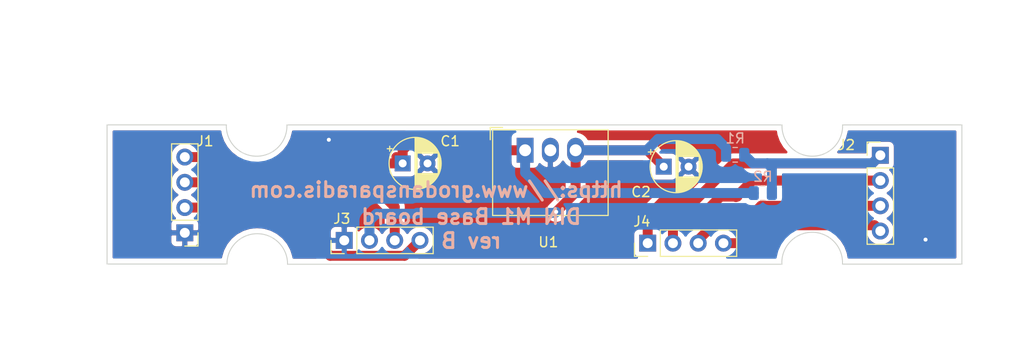
<source format=kicad_pcb>
(kicad_pcb (version 20171130) (host pcbnew 5.1.9+dfsg1-1)

  (general
    (thickness 1.6)
    (drawings 28)
    (tracks 74)
    (zones 0)
    (modules 9)
    (nets 10)
  )

  (page A4)
  (layers
    (0 F.Cu signal)
    (31 B.Cu signal)
    (32 B.Adhes user)
    (33 F.Adhes user)
    (34 B.Paste user)
    (35 F.Paste user)
    (36 B.SilkS user)
    (37 F.SilkS user)
    (38 B.Mask user)
    (39 F.Mask user)
    (40 Dwgs.User user)
    (41 Cmts.User user)
    (42 Eco1.User user)
    (43 Eco2.User user)
    (44 Edge.Cuts user)
    (45 Margin user)
    (46 B.CrtYd user)
    (47 F.CrtYd user)
    (48 B.Fab user)
    (49 F.Fab user)
  )

  (setup
    (last_trace_width 0.25)
    (user_trace_width 1)
    (trace_clearance 0.2)
    (zone_clearance 0.508)
    (zone_45_only no)
    (trace_min 0.2)
    (via_size 0.8)
    (via_drill 0.4)
    (via_min_size 0.4)
    (via_min_drill 0.3)
    (uvia_size 0.3)
    (uvia_drill 0.1)
    (uvias_allowed no)
    (uvia_min_size 0.2)
    (uvia_min_drill 0.1)
    (edge_width 0.1)
    (segment_width 0.2)
    (pcb_text_width 0.3)
    (pcb_text_size 1.5 1.5)
    (mod_edge_width 0.15)
    (mod_text_size 1 1)
    (mod_text_width 0.15)
    (pad_size 1.524 1.524)
    (pad_drill 0.762)
    (pad_to_mask_clearance 0)
    (aux_axis_origin 30 180)
    (visible_elements FFFFFF7F)
    (pcbplotparams
      (layerselection 0x010fc_ffffffff)
      (usegerberextensions false)
      (usegerberattributes true)
      (usegerberadvancedattributes true)
      (creategerberjobfile true)
      (excludeedgelayer true)
      (linewidth 0.100000)
      (plotframeref false)
      (viasonmask false)
      (mode 1)
      (useauxorigin false)
      (hpglpennumber 1)
      (hpglpenspeed 20)
      (hpglpendiameter 15.000000)
      (psnegative false)
      (psa4output false)
      (plotreference true)
      (plotvalue true)
      (plotinvisibletext false)
      (padsonsilk false)
      (subtractmaskfromsilk false)
      (outputformat 1)
      (mirror false)
      (drillshape 0)
      (scaleselection 1)
      (outputdirectory "gerbers/"))
  )

  (net 0 "")
  (net 1 GND)
  (net 2 /Vin)
  (net 3 /Vout)
  (net 4 "Net-(J1-Pad3)")
  (net 5 "Net-(J1-Pad2)")
  (net 6 /IO4)
  (net 7 /IO3)
  (net 8 /IO2)
  (net 9 /IO1)

  (net_class Default "This is the default net class."
    (clearance 0.2)
    (trace_width 0.25)
    (via_dia 0.8)
    (via_drill 0.4)
    (uvia_dia 0.3)
    (uvia_drill 0.1)
    (add_net /IO1)
    (add_net /IO2)
    (add_net /IO3)
    (add_net /IO4)
    (add_net /Vin)
    (add_net /Vout)
    (add_net GND)
    (add_net "Net-(J1-Pad2)")
    (add_net "Net-(J1-Pad3)")
  )

  (module Connector_PinHeader_2.54mm:PinHeader_1x04_P2.54mm_Vertical (layer F.Cu) (tedit 59FED5CC) (tstamp 60A62C5E)
    (at 107.7976 169.0624)
    (descr "Through hole straight pin header, 1x04, 2.54mm pitch, single row")
    (tags "Through hole pin header THT 1x04 2.54mm single row")
    (path /60A6208D)
    (fp_text reference J2 (at -3.4036 -1.0414) (layer F.SilkS)
      (effects (font (size 1 1) (thickness 0.15)))
    )
    (fp_text value Conn_01x04 (at -6.6802 0.7112 180) (layer F.Fab) hide
      (effects (font (size 1 1) (thickness 0.15)))
    )
    (fp_line (start 1.8 -1.8) (end -1.8 -1.8) (layer F.CrtYd) (width 0.05))
    (fp_line (start 1.8 9.4) (end 1.8 -1.8) (layer F.CrtYd) (width 0.05))
    (fp_line (start -1.8 9.4) (end 1.8 9.4) (layer F.CrtYd) (width 0.05))
    (fp_line (start -1.8 -1.8) (end -1.8 9.4) (layer F.CrtYd) (width 0.05))
    (fp_line (start -1.33 -1.33) (end 0 -1.33) (layer F.SilkS) (width 0.12))
    (fp_line (start -1.33 0) (end -1.33 -1.33) (layer F.SilkS) (width 0.12))
    (fp_line (start -1.33 1.27) (end 1.33 1.27) (layer F.SilkS) (width 0.12))
    (fp_line (start 1.33 1.27) (end 1.33 8.95) (layer F.SilkS) (width 0.12))
    (fp_line (start -1.33 1.27) (end -1.33 8.95) (layer F.SilkS) (width 0.12))
    (fp_line (start -1.33 8.95) (end 1.33 8.95) (layer F.SilkS) (width 0.12))
    (fp_line (start -1.27 -0.635) (end -0.635 -1.27) (layer F.Fab) (width 0.1))
    (fp_line (start -1.27 8.89) (end -1.27 -0.635) (layer F.Fab) (width 0.1))
    (fp_line (start 1.27 8.89) (end -1.27 8.89) (layer F.Fab) (width 0.1))
    (fp_line (start 1.27 -1.27) (end 1.27 8.89) (layer F.Fab) (width 0.1))
    (fp_line (start -0.635 -1.27) (end 1.27 -1.27) (layer F.Fab) (width 0.1))
    (fp_text user %R (at 2.77 3.81 90) (layer F.Fab)
      (effects (font (size 1 1) (thickness 0.15)))
    )
    (pad 4 thru_hole oval (at 0 7.62) (size 1.7 1.7) (drill 1) (layers *.Cu *.Mask)
      (net 6 /IO4))
    (pad 3 thru_hole oval (at 0 5.08) (size 1.7 1.7) (drill 1) (layers *.Cu *.Mask)
      (net 7 /IO3))
    (pad 2 thru_hole oval (at 0 2.54) (size 1.7 1.7) (drill 1) (layers *.Cu *.Mask)
      (net 8 /IO2))
    (pad 1 thru_hole rect (at 0 0) (size 1.7 1.7) (drill 1) (layers *.Cu *.Mask)
      (net 9 /IO1))
    (model ${KISYS3DMOD}/Connector_PinHeader_2.54mm.3dshapes/PinHeader_1x04_P2.54mm_Vertical.wrl
      (at (xyz 0 0 0))
      (scale (xyz 1 1 1))
      (rotate (xyz 0 0 0))
    )
  )

  (module Connector_PinHeader_2.54mm:PinHeader_1x04_P2.54mm_Vertical (layer F.Cu) (tedit 59FED5CC) (tstamp 60A61BB1)
    (at 37.8206 176.8602 180)
    (descr "Through hole straight pin header, 1x04, 2.54mm pitch, single row")
    (tags "Through hole pin header THT 1x04 2.54mm single row")
    (path /60A60C94)
    (fp_text reference J1 (at -2.032 9.2202) (layer F.SilkS)
      (effects (font (size 1 1) (thickness 0.15)))
    )
    (fp_text value Conn_01x04 (at -6.8072 6.8072) (layer F.Fab) hide
      (effects (font (size 1 1) (thickness 0.15)))
    )
    (fp_line (start 1.8 -1.8) (end -1.8 -1.8) (layer F.CrtYd) (width 0.05))
    (fp_line (start 1.8 9.4) (end 1.8 -1.8) (layer F.CrtYd) (width 0.05))
    (fp_line (start -1.8 9.4) (end 1.8 9.4) (layer F.CrtYd) (width 0.05))
    (fp_line (start -1.8 -1.8) (end -1.8 9.4) (layer F.CrtYd) (width 0.05))
    (fp_line (start -1.33 -1.33) (end 0 -1.33) (layer F.SilkS) (width 0.12))
    (fp_line (start -1.33 0) (end -1.33 -1.33) (layer F.SilkS) (width 0.12))
    (fp_line (start -1.33 1.27) (end 1.33 1.27) (layer F.SilkS) (width 0.12))
    (fp_line (start 1.33 1.27) (end 1.33 8.95) (layer F.SilkS) (width 0.12))
    (fp_line (start -1.33 1.27) (end -1.33 8.95) (layer F.SilkS) (width 0.12))
    (fp_line (start -1.33 8.95) (end 1.33 8.95) (layer F.SilkS) (width 0.12))
    (fp_line (start -1.27 -0.635) (end -0.635 -1.27) (layer F.Fab) (width 0.1))
    (fp_line (start -1.27 8.89) (end -1.27 -0.635) (layer F.Fab) (width 0.1))
    (fp_line (start 1.27 8.89) (end -1.27 8.89) (layer F.Fab) (width 0.1))
    (fp_line (start 1.27 -1.27) (end 1.27 8.89) (layer F.Fab) (width 0.1))
    (fp_line (start -0.635 -1.27) (end 1.27 -1.27) (layer F.Fab) (width 0.1))
    (pad 4 thru_hole oval (at 0 7.62 180) (size 1.7 1.7) (drill 1) (layers *.Cu *.Mask)
      (net 2 /Vin))
    (pad 3 thru_hole oval (at 0 5.08 180) (size 1.7 1.7) (drill 1) (layers *.Cu *.Mask)
      (net 4 "Net-(J1-Pad3)"))
    (pad 2 thru_hole oval (at 0 2.54 180) (size 1.7 1.7) (drill 1) (layers *.Cu *.Mask)
      (net 5 "Net-(J1-Pad2)"))
    (pad 1 thru_hole rect (at 0 0 180) (size 1.7 1.7) (drill 1) (layers *.Cu *.Mask)
      (net 1 GND))
    (model ${KISYS3DMOD}/Connector_PinHeader_2.54mm.3dshapes/PinHeader_1x04_P2.54mm_Vertical.wrl
      (at (xyz 0 0 0))
      (scale (xyz 1 1 1))
      (rotate (xyz 0 0 0))
    )
  )

  (module Connector_PinHeader_2.54mm:PinHeader_1x04_P2.54mm_Vertical (layer F.Cu) (tedit 59FED5CC) (tstamp 60A6170E)
    (at 84.3915 177.9016 90)
    (descr "Through hole straight pin header, 1x04, 2.54mm pitch, single row")
    (tags "Through hole pin header THT 1x04 2.54mm single row")
    (path /60A63E06)
    (fp_text reference J4 (at 2.178 -0.59 180) (layer F.SilkS)
      (effects (font (size 1 1) (thickness 0.15)))
    )
    (fp_text value Conn_01x04 (at 2.8194 3.8608 180) (layer F.Fab) hide
      (effects (font (size 1 1) (thickness 0.15)))
    )
    (fp_line (start 1.8 -1.8) (end -1.8 -1.8) (layer F.CrtYd) (width 0.05))
    (fp_line (start 1.8 9.4) (end 1.8 -1.8) (layer F.CrtYd) (width 0.05))
    (fp_line (start -1.8 9.4) (end 1.8 9.4) (layer F.CrtYd) (width 0.05))
    (fp_line (start -1.8 -1.8) (end -1.8 9.4) (layer F.CrtYd) (width 0.05))
    (fp_line (start -1.33 -1.33) (end 0 -1.33) (layer F.SilkS) (width 0.12))
    (fp_line (start -1.33 0) (end -1.33 -1.33) (layer F.SilkS) (width 0.12))
    (fp_line (start -1.33 1.27) (end 1.33 1.27) (layer F.SilkS) (width 0.12))
    (fp_line (start 1.33 1.27) (end 1.33 8.95) (layer F.SilkS) (width 0.12))
    (fp_line (start -1.33 1.27) (end -1.33 8.95) (layer F.SilkS) (width 0.12))
    (fp_line (start -1.33 8.95) (end 1.33 8.95) (layer F.SilkS) (width 0.12))
    (fp_line (start -1.27 -0.635) (end -0.635 -1.27) (layer F.Fab) (width 0.1))
    (fp_line (start -1.27 8.89) (end -1.27 -0.635) (layer F.Fab) (width 0.1))
    (fp_line (start 1.27 8.89) (end -1.27 8.89) (layer F.Fab) (width 0.1))
    (fp_line (start 1.27 -1.27) (end 1.27 8.89) (layer F.Fab) (width 0.1))
    (fp_line (start -0.635 -1.27) (end 1.27 -1.27) (layer F.Fab) (width 0.1))
    (fp_text user %R (at 0 3.81) (layer F.Fab)
      (effects (font (size 1 1) (thickness 0.15)))
    )
    (pad 4 thru_hole oval (at 0 7.62 90) (size 1.7 1.7) (drill 1) (layers *.Cu *.Mask)
      (net 6 /IO4))
    (pad 3 thru_hole oval (at 0 5.08 90) (size 1.7 1.7) (drill 1) (layers *.Cu *.Mask)
      (net 7 /IO3))
    (pad 2 thru_hole oval (at 0 2.54 90) (size 1.7 1.7) (drill 1) (layers *.Cu *.Mask)
      (net 8 /IO2))
    (pad 1 thru_hole rect (at 0 0 90) (size 1.7 1.7) (drill 1) (layers *.Cu *.Mask)
      (net 9 /IO1))
    (model ${KISYS3DMOD}/Connector_PinHeader_2.54mm.3dshapes/PinHeader_1x04_P2.54mm_Vertical.wrl
      (at (xyz 0 0 0))
      (scale (xyz 1 1 1))
      (rotate (xyz 0 0 0))
    )
  )

  (module Resistor_SMD:R_0805_2012Metric (layer B.Cu) (tedit 5F68FEEE) (tstamp 60A6748F)
    (at 95.9739 172.8597 180)
    (descr "Resistor SMD 0805 (2012 Metric), square (rectangular) end terminal, IPC_7351 nominal, (Body size source: IPC-SM-782 page 72, https://www.pcb-3d.com/wordpress/wp-content/uploads/ipc-sm-782a_amendment_1_and_2.pdf), generated with kicad-footprint-generator")
    (tags resistor)
    (path /60A78D1A)
    (attr smd)
    (fp_text reference R2 (at 0 1.65) (layer B.SilkS)
      (effects (font (size 1 1) (thickness 0.15)) (justify mirror))
    )
    (fp_text value 0R (at 0 -1.65) (layer B.Fab)
      (effects (font (size 1 1) (thickness 0.15)) (justify mirror))
    )
    (fp_line (start -1 -0.625) (end -1 0.625) (layer B.Fab) (width 0.1))
    (fp_line (start -1 0.625) (end 1 0.625) (layer B.Fab) (width 0.1))
    (fp_line (start 1 0.625) (end 1 -0.625) (layer B.Fab) (width 0.1))
    (fp_line (start 1 -0.625) (end -1 -0.625) (layer B.Fab) (width 0.1))
    (fp_line (start -0.227064 0.735) (end 0.227064 0.735) (layer B.SilkS) (width 0.12))
    (fp_line (start -0.227064 -0.735) (end 0.227064 -0.735) (layer B.SilkS) (width 0.12))
    (fp_line (start -1.68 -0.95) (end -1.68 0.95) (layer B.CrtYd) (width 0.05))
    (fp_line (start -1.68 0.95) (end 1.68 0.95) (layer B.CrtYd) (width 0.05))
    (fp_line (start 1.68 0.95) (end 1.68 -0.95) (layer B.CrtYd) (width 0.05))
    (fp_line (start 1.68 -0.95) (end -1.68 -0.95) (layer B.CrtYd) (width 0.05))
    (fp_text user %R (at 0 0) (layer B.Fab)
      (effects (font (size 0.5 0.5) (thickness 0.08)) (justify mirror))
    )
    (pad 2 smd roundrect (at 0.9125 0 180) (size 1.025 1.4) (layers B.Cu B.Paste B.Mask) (roundrect_rratio 0.2439014634146341)
      (net 2 /Vin))
    (pad 1 smd roundrect (at -0.9125 0 180) (size 1.025 1.4) (layers B.Cu B.Paste B.Mask) (roundrect_rratio 0.2439014634146341)
      (net 9 /IO1))
    (model ${KISYS3DMOD}/Resistor_SMD.3dshapes/R_0805_2012Metric.wrl
      (at (xyz 0 0 0))
      (scale (xyz 1 1 1))
      (rotate (xyz 0 0 0))
    )
  )

  (module Resistor_SMD:R_0805_2012Metric (layer B.Cu) (tedit 5F68FEEE) (tstamp 60A66939)
    (at 93.1926 169.0116 180)
    (descr "Resistor SMD 0805 (2012 Metric), square (rectangular) end terminal, IPC_7351 nominal, (Body size source: IPC-SM-782 page 72, https://www.pcb-3d.com/wordpress/wp-content/uploads/ipc-sm-782a_amendment_1_and_2.pdf), generated with kicad-footprint-generator")
    (tags resistor)
    (path /60A6F88C)
    (attr smd)
    (fp_text reference R1 (at 0 1.65) (layer B.SilkS)
      (effects (font (size 1 1) (thickness 0.15)) (justify mirror))
    )
    (fp_text value 0R (at 0 -1.65) (layer B.Fab)
      (effects (font (size 1 1) (thickness 0.15)) (justify mirror))
    )
    (fp_line (start 1.68 -0.95) (end -1.68 -0.95) (layer B.CrtYd) (width 0.05))
    (fp_line (start 1.68 0.95) (end 1.68 -0.95) (layer B.CrtYd) (width 0.05))
    (fp_line (start -1.68 0.95) (end 1.68 0.95) (layer B.CrtYd) (width 0.05))
    (fp_line (start -1.68 -0.95) (end -1.68 0.95) (layer B.CrtYd) (width 0.05))
    (fp_line (start -0.227064 -0.735) (end 0.227064 -0.735) (layer B.SilkS) (width 0.12))
    (fp_line (start -0.227064 0.735) (end 0.227064 0.735) (layer B.SilkS) (width 0.12))
    (fp_line (start 1 -0.625) (end -1 -0.625) (layer B.Fab) (width 0.1))
    (fp_line (start 1 0.625) (end 1 -0.625) (layer B.Fab) (width 0.1))
    (fp_line (start -1 0.625) (end 1 0.625) (layer B.Fab) (width 0.1))
    (fp_line (start -1 -0.625) (end -1 0.625) (layer B.Fab) (width 0.1))
    (fp_text user %R (at 0 0) (layer B.Fab)
      (effects (font (size 0.5 0.5) (thickness 0.08)) (justify mirror))
    )
    (pad 2 smd roundrect (at 0.9125 0 180) (size 1.025 1.4) (layers B.Cu B.Paste B.Mask) (roundrect_rratio 0.2439014634146341)
      (net 3 /Vout))
    (pad 1 smd roundrect (at -0.9125 0 180) (size 1.025 1.4) (layers B.Cu B.Paste B.Mask) (roundrect_rratio 0.2439014634146341)
      (net 9 /IO1))
    (model ${KISYS3DMOD}/Resistor_SMD.3dshapes/R_0805_2012Metric.wrl
      (at (xyz 0 0 0))
      (scale (xyz 1 1 1))
      (rotate (xyz 0 0 0))
    )
  )

  (module Converter_DCDC:Converter_DCDC_RECOM_R-78B-2.0_THT (layer F.Cu) (tedit 5B741BB0) (tstamp 60A61725)
    (at 72.0598 168.5544)
    (descr "DCDC-Converter, RECOM, RECOM_R-78B-2.0, SIP-3, pitch 2.54mm, package size 11.5x8.5x17.5mm^3, https://www.recom-power.com/pdf/Innoline/R-78Bxx-2.0.pdf")
    (tags "dc-dc recom buck sip-3 pitch 2.54mm")
    (path /60A57766)
    (fp_text reference U1 (at 2.3368 9.2456) (layer F.SilkS)
      (effects (font (size 1 1) (thickness 0.15)))
    )
    (fp_text value "R-78B3.3-1.0 (Recom)" (at 2.54 7.5) (layer F.Fab) hide
      (effects (font (size 1 1) (thickness 0.15)))
    )
    (fp_line (start 8.54 -2.25) (end -3.46 -2.25) (layer F.CrtYd) (width 0.05))
    (fp_line (start 8.54 6.75) (end 8.54 -2.25) (layer F.CrtYd) (width 0.05))
    (fp_line (start -3.46 6.75) (end 8.54 6.75) (layer F.CrtYd) (width 0.05))
    (fp_line (start -3.46 -2.25) (end -3.46 6.75) (layer F.CrtYd) (width 0.05))
    (fp_line (start -3.51 -2.3) (end -2.27 -2.3) (layer F.SilkS) (width 0.12))
    (fp_line (start -3.51 -1.06) (end -3.51 -2.3) (layer F.SilkS) (width 0.12))
    (fp_line (start 8.35 -2.06) (end 8.35 6.56) (layer F.SilkS) (width 0.12))
    (fp_line (start -3.27 -2.06) (end -3.27 6.56) (layer F.SilkS) (width 0.12))
    (fp_line (start -3.27 6.56) (end 8.35 6.56) (layer F.SilkS) (width 0.12))
    (fp_line (start -3.27 -2.06) (end 8.35 -2.06) (layer F.SilkS) (width 0.12))
    (fp_line (start -3.21 -1) (end -2.21 -2) (layer F.Fab) (width 0.1))
    (fp_line (start -3.21 6.5) (end -3.21 -1) (layer F.Fab) (width 0.1))
    (fp_line (start 8.29 6.5) (end -3.21 6.5) (layer F.Fab) (width 0.1))
    (fp_line (start 8.29 -2) (end 8.29 6.5) (layer F.Fab) (width 0.1))
    (fp_line (start -2.21 -2) (end 8.29 -2) (layer F.Fab) (width 0.1))
    (fp_text user %R (at 2.54 2.25) (layer F.Fab)
      (effects (font (size 1 1) (thickness 0.15)))
    )
    (pad 3 thru_hole oval (at 5.08 0) (size 1.7 2.5) (drill 1.2) (layers *.Cu *.Mask)
      (net 3 /Vout))
    (pad 2 thru_hole oval (at 2.54 0) (size 1.7 2.5) (drill 1.2) (layers *.Cu *.Mask)
      (net 1 GND))
    (pad 1 thru_hole rect (at 0 0) (size 1.7 2.5) (drill 1.2) (layers *.Cu *.Mask)
      (net 2 /Vin))
    (model ${KISYS3DMOD}/Converter_DCDC.3dshapes/Converter_DCDC_RECOM_R-78B-2.0_THT.wrl
      (at (xyz 0 0 0))
      (scale (xyz 1 1 1))
      (rotate (xyz 0 0 0))
    )
  )

  (module Connector_PinHeader_2.54mm:PinHeader_1x04_P2.54mm_Vertical (layer F.Cu) (tedit 59FED5CC) (tstamp 60A616F6)
    (at 53.8607 177.6222 90)
    (descr "Through hole straight pin header, 1x04, 2.54mm pitch, single row")
    (tags "Through hole pin header THT 1x04 2.54mm single row")
    (path /60A63AD5)
    (fp_text reference J3 (at 2.178 -0.242 180) (layer F.SilkS)
      (effects (font (size 1 1) (thickness 0.15)))
    )
    (fp_text value Conn_01x04 (at 2.921 3.8608 180) (layer F.Fab) hide
      (effects (font (size 1 1) (thickness 0.15)))
    )
    (fp_line (start 1.8 -1.8) (end -1.8 -1.8) (layer F.CrtYd) (width 0.05))
    (fp_line (start 1.8 9.4) (end 1.8 -1.8) (layer F.CrtYd) (width 0.05))
    (fp_line (start -1.8 9.4) (end 1.8 9.4) (layer F.CrtYd) (width 0.05))
    (fp_line (start -1.8 -1.8) (end -1.8 9.4) (layer F.CrtYd) (width 0.05))
    (fp_line (start -1.33 -1.33) (end 0 -1.33) (layer F.SilkS) (width 0.12))
    (fp_line (start -1.33 0) (end -1.33 -1.33) (layer F.SilkS) (width 0.12))
    (fp_line (start -1.33 1.27) (end 1.33 1.27) (layer F.SilkS) (width 0.12))
    (fp_line (start 1.33 1.27) (end 1.33 8.95) (layer F.SilkS) (width 0.12))
    (fp_line (start -1.33 1.27) (end -1.33 8.95) (layer F.SilkS) (width 0.12))
    (fp_line (start -1.33 8.95) (end 1.33 8.95) (layer F.SilkS) (width 0.12))
    (fp_line (start -1.27 -0.635) (end -0.635 -1.27) (layer F.Fab) (width 0.1))
    (fp_line (start -1.27 8.89) (end -1.27 -0.635) (layer F.Fab) (width 0.1))
    (fp_line (start 1.27 8.89) (end -1.27 8.89) (layer F.Fab) (width 0.1))
    (fp_line (start 1.27 -1.27) (end 1.27 8.89) (layer F.Fab) (width 0.1))
    (fp_line (start -0.635 -1.27) (end 1.27 -1.27) (layer F.Fab) (width 0.1))
    (fp_text user %R (at 0 3.81) (layer F.Fab)
      (effects (font (size 1 1) (thickness 0.15)))
    )
    (pad 4 thru_hole oval (at 0 7.62 90) (size 1.7 1.7) (drill 1) (layers *.Cu *.Mask)
      (net 5 "Net-(J1-Pad2)"))
    (pad 3 thru_hole oval (at 0 5.08 90) (size 1.7 1.7) (drill 1) (layers *.Cu *.Mask)
      (net 4 "Net-(J1-Pad3)"))
    (pad 2 thru_hole oval (at 0 2.54 90) (size 1.7 1.7) (drill 1) (layers *.Cu *.Mask)
      (net 3 /Vout))
    (pad 1 thru_hole rect (at 0 0 90) (size 1.7 1.7) (drill 1) (layers *.Cu *.Mask)
      (net 1 GND))
    (model ${KISYS3DMOD}/Connector_PinHeader_2.54mm.3dshapes/PinHeader_1x04_P2.54mm_Vertical.wrl
      (at (xyz 0 0 0))
      (scale (xyz 1 1 1))
      (rotate (xyz 0 0 0))
    )
  )

  (module Capacitor_THT:CP_Radial_D5.0mm_P2.50mm (layer F.Cu) (tedit 5AE50EF0) (tstamp 60A61644)
    (at 86.0044 170.2054)
    (descr "CP, Radial series, Radial, pin pitch=2.50mm, , diameter=5mm, Electrolytic Capacitor")
    (tags "CP Radial series Radial pin pitch 2.50mm  diameter 5mm Electrolytic Capacitor")
    (path /60A5B55F)
    (fp_text reference C2 (at -2.286 2.54) (layer F.SilkS)
      (effects (font (size 1 1) (thickness 0.15)))
    )
    (fp_text value 1uF (at 1.25 3.75) (layer F.Fab) hide
      (effects (font (size 1 1) (thickness 0.15)))
    )
    (fp_line (start -1.304775 -1.725) (end -1.304775 -1.225) (layer F.SilkS) (width 0.12))
    (fp_line (start -1.554775 -1.475) (end -1.054775 -1.475) (layer F.SilkS) (width 0.12))
    (fp_line (start 3.851 -0.284) (end 3.851 0.284) (layer F.SilkS) (width 0.12))
    (fp_line (start 3.811 -0.518) (end 3.811 0.518) (layer F.SilkS) (width 0.12))
    (fp_line (start 3.771 -0.677) (end 3.771 0.677) (layer F.SilkS) (width 0.12))
    (fp_line (start 3.731 -0.805) (end 3.731 0.805) (layer F.SilkS) (width 0.12))
    (fp_line (start 3.691 -0.915) (end 3.691 0.915) (layer F.SilkS) (width 0.12))
    (fp_line (start 3.651 -1.011) (end 3.651 1.011) (layer F.SilkS) (width 0.12))
    (fp_line (start 3.611 -1.098) (end 3.611 1.098) (layer F.SilkS) (width 0.12))
    (fp_line (start 3.571 -1.178) (end 3.571 1.178) (layer F.SilkS) (width 0.12))
    (fp_line (start 3.531 1.04) (end 3.531 1.251) (layer F.SilkS) (width 0.12))
    (fp_line (start 3.531 -1.251) (end 3.531 -1.04) (layer F.SilkS) (width 0.12))
    (fp_line (start 3.491 1.04) (end 3.491 1.319) (layer F.SilkS) (width 0.12))
    (fp_line (start 3.491 -1.319) (end 3.491 -1.04) (layer F.SilkS) (width 0.12))
    (fp_line (start 3.451 1.04) (end 3.451 1.383) (layer F.SilkS) (width 0.12))
    (fp_line (start 3.451 -1.383) (end 3.451 -1.04) (layer F.SilkS) (width 0.12))
    (fp_line (start 3.411 1.04) (end 3.411 1.443) (layer F.SilkS) (width 0.12))
    (fp_line (start 3.411 -1.443) (end 3.411 -1.04) (layer F.SilkS) (width 0.12))
    (fp_line (start 3.371 1.04) (end 3.371 1.5) (layer F.SilkS) (width 0.12))
    (fp_line (start 3.371 -1.5) (end 3.371 -1.04) (layer F.SilkS) (width 0.12))
    (fp_line (start 3.331 1.04) (end 3.331 1.554) (layer F.SilkS) (width 0.12))
    (fp_line (start 3.331 -1.554) (end 3.331 -1.04) (layer F.SilkS) (width 0.12))
    (fp_line (start 3.291 1.04) (end 3.291 1.605) (layer F.SilkS) (width 0.12))
    (fp_line (start 3.291 -1.605) (end 3.291 -1.04) (layer F.SilkS) (width 0.12))
    (fp_line (start 3.251 1.04) (end 3.251 1.653) (layer F.SilkS) (width 0.12))
    (fp_line (start 3.251 -1.653) (end 3.251 -1.04) (layer F.SilkS) (width 0.12))
    (fp_line (start 3.211 1.04) (end 3.211 1.699) (layer F.SilkS) (width 0.12))
    (fp_line (start 3.211 -1.699) (end 3.211 -1.04) (layer F.SilkS) (width 0.12))
    (fp_line (start 3.171 1.04) (end 3.171 1.743) (layer F.SilkS) (width 0.12))
    (fp_line (start 3.171 -1.743) (end 3.171 -1.04) (layer F.SilkS) (width 0.12))
    (fp_line (start 3.131 1.04) (end 3.131 1.785) (layer F.SilkS) (width 0.12))
    (fp_line (start 3.131 -1.785) (end 3.131 -1.04) (layer F.SilkS) (width 0.12))
    (fp_line (start 3.091 1.04) (end 3.091 1.826) (layer F.SilkS) (width 0.12))
    (fp_line (start 3.091 -1.826) (end 3.091 -1.04) (layer F.SilkS) (width 0.12))
    (fp_line (start 3.051 1.04) (end 3.051 1.864) (layer F.SilkS) (width 0.12))
    (fp_line (start 3.051 -1.864) (end 3.051 -1.04) (layer F.SilkS) (width 0.12))
    (fp_line (start 3.011 1.04) (end 3.011 1.901) (layer F.SilkS) (width 0.12))
    (fp_line (start 3.011 -1.901) (end 3.011 -1.04) (layer F.SilkS) (width 0.12))
    (fp_line (start 2.971 1.04) (end 2.971 1.937) (layer F.SilkS) (width 0.12))
    (fp_line (start 2.971 -1.937) (end 2.971 -1.04) (layer F.SilkS) (width 0.12))
    (fp_line (start 2.931 1.04) (end 2.931 1.971) (layer F.SilkS) (width 0.12))
    (fp_line (start 2.931 -1.971) (end 2.931 -1.04) (layer F.SilkS) (width 0.12))
    (fp_line (start 2.891 1.04) (end 2.891 2.004) (layer F.SilkS) (width 0.12))
    (fp_line (start 2.891 -2.004) (end 2.891 -1.04) (layer F.SilkS) (width 0.12))
    (fp_line (start 2.851 1.04) (end 2.851 2.035) (layer F.SilkS) (width 0.12))
    (fp_line (start 2.851 -2.035) (end 2.851 -1.04) (layer F.SilkS) (width 0.12))
    (fp_line (start 2.811 1.04) (end 2.811 2.065) (layer F.SilkS) (width 0.12))
    (fp_line (start 2.811 -2.065) (end 2.811 -1.04) (layer F.SilkS) (width 0.12))
    (fp_line (start 2.771 1.04) (end 2.771 2.095) (layer F.SilkS) (width 0.12))
    (fp_line (start 2.771 -2.095) (end 2.771 -1.04) (layer F.SilkS) (width 0.12))
    (fp_line (start 2.731 1.04) (end 2.731 2.122) (layer F.SilkS) (width 0.12))
    (fp_line (start 2.731 -2.122) (end 2.731 -1.04) (layer F.SilkS) (width 0.12))
    (fp_line (start 2.691 1.04) (end 2.691 2.149) (layer F.SilkS) (width 0.12))
    (fp_line (start 2.691 -2.149) (end 2.691 -1.04) (layer F.SilkS) (width 0.12))
    (fp_line (start 2.651 1.04) (end 2.651 2.175) (layer F.SilkS) (width 0.12))
    (fp_line (start 2.651 -2.175) (end 2.651 -1.04) (layer F.SilkS) (width 0.12))
    (fp_line (start 2.611 1.04) (end 2.611 2.2) (layer F.SilkS) (width 0.12))
    (fp_line (start 2.611 -2.2) (end 2.611 -1.04) (layer F.SilkS) (width 0.12))
    (fp_line (start 2.571 1.04) (end 2.571 2.224) (layer F.SilkS) (width 0.12))
    (fp_line (start 2.571 -2.224) (end 2.571 -1.04) (layer F.SilkS) (width 0.12))
    (fp_line (start 2.531 1.04) (end 2.531 2.247) (layer F.SilkS) (width 0.12))
    (fp_line (start 2.531 -2.247) (end 2.531 -1.04) (layer F.SilkS) (width 0.12))
    (fp_line (start 2.491 1.04) (end 2.491 2.268) (layer F.SilkS) (width 0.12))
    (fp_line (start 2.491 -2.268) (end 2.491 -1.04) (layer F.SilkS) (width 0.12))
    (fp_line (start 2.451 1.04) (end 2.451 2.29) (layer F.SilkS) (width 0.12))
    (fp_line (start 2.451 -2.29) (end 2.451 -1.04) (layer F.SilkS) (width 0.12))
    (fp_line (start 2.411 1.04) (end 2.411 2.31) (layer F.SilkS) (width 0.12))
    (fp_line (start 2.411 -2.31) (end 2.411 -1.04) (layer F.SilkS) (width 0.12))
    (fp_line (start 2.371 1.04) (end 2.371 2.329) (layer F.SilkS) (width 0.12))
    (fp_line (start 2.371 -2.329) (end 2.371 -1.04) (layer F.SilkS) (width 0.12))
    (fp_line (start 2.331 1.04) (end 2.331 2.348) (layer F.SilkS) (width 0.12))
    (fp_line (start 2.331 -2.348) (end 2.331 -1.04) (layer F.SilkS) (width 0.12))
    (fp_line (start 2.291 1.04) (end 2.291 2.365) (layer F.SilkS) (width 0.12))
    (fp_line (start 2.291 -2.365) (end 2.291 -1.04) (layer F.SilkS) (width 0.12))
    (fp_line (start 2.251 1.04) (end 2.251 2.382) (layer F.SilkS) (width 0.12))
    (fp_line (start 2.251 -2.382) (end 2.251 -1.04) (layer F.SilkS) (width 0.12))
    (fp_line (start 2.211 1.04) (end 2.211 2.398) (layer F.SilkS) (width 0.12))
    (fp_line (start 2.211 -2.398) (end 2.211 -1.04) (layer F.SilkS) (width 0.12))
    (fp_line (start 2.171 1.04) (end 2.171 2.414) (layer F.SilkS) (width 0.12))
    (fp_line (start 2.171 -2.414) (end 2.171 -1.04) (layer F.SilkS) (width 0.12))
    (fp_line (start 2.131 1.04) (end 2.131 2.428) (layer F.SilkS) (width 0.12))
    (fp_line (start 2.131 -2.428) (end 2.131 -1.04) (layer F.SilkS) (width 0.12))
    (fp_line (start 2.091 1.04) (end 2.091 2.442) (layer F.SilkS) (width 0.12))
    (fp_line (start 2.091 -2.442) (end 2.091 -1.04) (layer F.SilkS) (width 0.12))
    (fp_line (start 2.051 1.04) (end 2.051 2.455) (layer F.SilkS) (width 0.12))
    (fp_line (start 2.051 -2.455) (end 2.051 -1.04) (layer F.SilkS) (width 0.12))
    (fp_line (start 2.011 1.04) (end 2.011 2.468) (layer F.SilkS) (width 0.12))
    (fp_line (start 2.011 -2.468) (end 2.011 -1.04) (layer F.SilkS) (width 0.12))
    (fp_line (start 1.971 1.04) (end 1.971 2.48) (layer F.SilkS) (width 0.12))
    (fp_line (start 1.971 -2.48) (end 1.971 -1.04) (layer F.SilkS) (width 0.12))
    (fp_line (start 1.93 1.04) (end 1.93 2.491) (layer F.SilkS) (width 0.12))
    (fp_line (start 1.93 -2.491) (end 1.93 -1.04) (layer F.SilkS) (width 0.12))
    (fp_line (start 1.89 1.04) (end 1.89 2.501) (layer F.SilkS) (width 0.12))
    (fp_line (start 1.89 -2.501) (end 1.89 -1.04) (layer F.SilkS) (width 0.12))
    (fp_line (start 1.85 1.04) (end 1.85 2.511) (layer F.SilkS) (width 0.12))
    (fp_line (start 1.85 -2.511) (end 1.85 -1.04) (layer F.SilkS) (width 0.12))
    (fp_line (start 1.81 1.04) (end 1.81 2.52) (layer F.SilkS) (width 0.12))
    (fp_line (start 1.81 -2.52) (end 1.81 -1.04) (layer F.SilkS) (width 0.12))
    (fp_line (start 1.77 1.04) (end 1.77 2.528) (layer F.SilkS) (width 0.12))
    (fp_line (start 1.77 -2.528) (end 1.77 -1.04) (layer F.SilkS) (width 0.12))
    (fp_line (start 1.73 1.04) (end 1.73 2.536) (layer F.SilkS) (width 0.12))
    (fp_line (start 1.73 -2.536) (end 1.73 -1.04) (layer F.SilkS) (width 0.12))
    (fp_line (start 1.69 1.04) (end 1.69 2.543) (layer F.SilkS) (width 0.12))
    (fp_line (start 1.69 -2.543) (end 1.69 -1.04) (layer F.SilkS) (width 0.12))
    (fp_line (start 1.65 1.04) (end 1.65 2.55) (layer F.SilkS) (width 0.12))
    (fp_line (start 1.65 -2.55) (end 1.65 -1.04) (layer F.SilkS) (width 0.12))
    (fp_line (start 1.61 1.04) (end 1.61 2.556) (layer F.SilkS) (width 0.12))
    (fp_line (start 1.61 -2.556) (end 1.61 -1.04) (layer F.SilkS) (width 0.12))
    (fp_line (start 1.57 1.04) (end 1.57 2.561) (layer F.SilkS) (width 0.12))
    (fp_line (start 1.57 -2.561) (end 1.57 -1.04) (layer F.SilkS) (width 0.12))
    (fp_line (start 1.53 1.04) (end 1.53 2.565) (layer F.SilkS) (width 0.12))
    (fp_line (start 1.53 -2.565) (end 1.53 -1.04) (layer F.SilkS) (width 0.12))
    (fp_line (start 1.49 1.04) (end 1.49 2.569) (layer F.SilkS) (width 0.12))
    (fp_line (start 1.49 -2.569) (end 1.49 -1.04) (layer F.SilkS) (width 0.12))
    (fp_line (start 1.45 -2.573) (end 1.45 2.573) (layer F.SilkS) (width 0.12))
    (fp_line (start 1.41 -2.576) (end 1.41 2.576) (layer F.SilkS) (width 0.12))
    (fp_line (start 1.37 -2.578) (end 1.37 2.578) (layer F.SilkS) (width 0.12))
    (fp_line (start 1.33 -2.579) (end 1.33 2.579) (layer F.SilkS) (width 0.12))
    (fp_line (start 1.29 -2.58) (end 1.29 2.58) (layer F.SilkS) (width 0.12))
    (fp_line (start 1.25 -2.58) (end 1.25 2.58) (layer F.SilkS) (width 0.12))
    (fp_line (start -0.633605 -1.3375) (end -0.633605 -0.8375) (layer F.Fab) (width 0.1))
    (fp_line (start -0.883605 -1.0875) (end -0.383605 -1.0875) (layer F.Fab) (width 0.1))
    (fp_circle (center 1.25 0) (end 4 0) (layer F.CrtYd) (width 0.05))
    (fp_circle (center 1.25 0) (end 3.87 0) (layer F.SilkS) (width 0.12))
    (fp_circle (center 1.25 0) (end 3.75 0) (layer F.Fab) (width 0.1))
    (fp_text user %R (at 1.25 0) (layer F.Fab)
      (effects (font (size 1 1) (thickness 0.15)))
    )
    (pad 2 thru_hole circle (at 2.5 0) (size 1.6 1.6) (drill 0.8) (layers *.Cu *.Mask)
      (net 1 GND))
    (pad 1 thru_hole rect (at 0 0) (size 1.6 1.6) (drill 0.8) (layers *.Cu *.Mask)
      (net 3 /Vout))
    (model ${KISYS3DMOD}/Capacitor_THT.3dshapes/CP_Radial_D5.0mm_P2.50mm.wrl
      (at (xyz 0 0 0))
      (scale (xyz 1 1 1))
      (rotate (xyz 0 0 0))
    )
  )

  (module Capacitor_THT:CP_Radial_D5.0mm_P2.50mm (layer F.Cu) (tedit 5AE50EF0) (tstamp 60A615C0)
    (at 59.7408 169.8752)
    (descr "CP, Radial series, Radial, pin pitch=2.50mm, , diameter=5mm, Electrolytic Capacitor")
    (tags "CP Radial series Radial pin pitch 2.50mm  diameter 5mm Electrolytic Capacitor")
    (path /60A5AE8F)
    (fp_text reference C1 (at 4.7752 -2.2352) (layer F.SilkS)
      (effects (font (size 1 1) (thickness 0.15)))
    )
    (fp_text value 10uF (at 1.25 3.75) (layer F.Fab) hide
      (effects (font (size 1 1) (thickness 0.15)))
    )
    (fp_line (start -1.304775 -1.725) (end -1.304775 -1.225) (layer F.SilkS) (width 0.12))
    (fp_line (start -1.554775 -1.475) (end -1.054775 -1.475) (layer F.SilkS) (width 0.12))
    (fp_line (start 3.851 -0.284) (end 3.851 0.284) (layer F.SilkS) (width 0.12))
    (fp_line (start 3.811 -0.518) (end 3.811 0.518) (layer F.SilkS) (width 0.12))
    (fp_line (start 3.771 -0.677) (end 3.771 0.677) (layer F.SilkS) (width 0.12))
    (fp_line (start 3.731 -0.805) (end 3.731 0.805) (layer F.SilkS) (width 0.12))
    (fp_line (start 3.691 -0.915) (end 3.691 0.915) (layer F.SilkS) (width 0.12))
    (fp_line (start 3.651 -1.011) (end 3.651 1.011) (layer F.SilkS) (width 0.12))
    (fp_line (start 3.611 -1.098) (end 3.611 1.098) (layer F.SilkS) (width 0.12))
    (fp_line (start 3.571 -1.178) (end 3.571 1.178) (layer F.SilkS) (width 0.12))
    (fp_line (start 3.531 1.04) (end 3.531 1.251) (layer F.SilkS) (width 0.12))
    (fp_line (start 3.531 -1.251) (end 3.531 -1.04) (layer F.SilkS) (width 0.12))
    (fp_line (start 3.491 1.04) (end 3.491 1.319) (layer F.SilkS) (width 0.12))
    (fp_line (start 3.491 -1.319) (end 3.491 -1.04) (layer F.SilkS) (width 0.12))
    (fp_line (start 3.451 1.04) (end 3.451 1.383) (layer F.SilkS) (width 0.12))
    (fp_line (start 3.451 -1.383) (end 3.451 -1.04) (layer F.SilkS) (width 0.12))
    (fp_line (start 3.411 1.04) (end 3.411 1.443) (layer F.SilkS) (width 0.12))
    (fp_line (start 3.411 -1.443) (end 3.411 -1.04) (layer F.SilkS) (width 0.12))
    (fp_line (start 3.371 1.04) (end 3.371 1.5) (layer F.SilkS) (width 0.12))
    (fp_line (start 3.371 -1.5) (end 3.371 -1.04) (layer F.SilkS) (width 0.12))
    (fp_line (start 3.331 1.04) (end 3.331 1.554) (layer F.SilkS) (width 0.12))
    (fp_line (start 3.331 -1.554) (end 3.331 -1.04) (layer F.SilkS) (width 0.12))
    (fp_line (start 3.291 1.04) (end 3.291 1.605) (layer F.SilkS) (width 0.12))
    (fp_line (start 3.291 -1.605) (end 3.291 -1.04) (layer F.SilkS) (width 0.12))
    (fp_line (start 3.251 1.04) (end 3.251 1.653) (layer F.SilkS) (width 0.12))
    (fp_line (start 3.251 -1.653) (end 3.251 -1.04) (layer F.SilkS) (width 0.12))
    (fp_line (start 3.211 1.04) (end 3.211 1.699) (layer F.SilkS) (width 0.12))
    (fp_line (start 3.211 -1.699) (end 3.211 -1.04) (layer F.SilkS) (width 0.12))
    (fp_line (start 3.171 1.04) (end 3.171 1.743) (layer F.SilkS) (width 0.12))
    (fp_line (start 3.171 -1.743) (end 3.171 -1.04) (layer F.SilkS) (width 0.12))
    (fp_line (start 3.131 1.04) (end 3.131 1.785) (layer F.SilkS) (width 0.12))
    (fp_line (start 3.131 -1.785) (end 3.131 -1.04) (layer F.SilkS) (width 0.12))
    (fp_line (start 3.091 1.04) (end 3.091 1.826) (layer F.SilkS) (width 0.12))
    (fp_line (start 3.091 -1.826) (end 3.091 -1.04) (layer F.SilkS) (width 0.12))
    (fp_line (start 3.051 1.04) (end 3.051 1.864) (layer F.SilkS) (width 0.12))
    (fp_line (start 3.051 -1.864) (end 3.051 -1.04) (layer F.SilkS) (width 0.12))
    (fp_line (start 3.011 1.04) (end 3.011 1.901) (layer F.SilkS) (width 0.12))
    (fp_line (start 3.011 -1.901) (end 3.011 -1.04) (layer F.SilkS) (width 0.12))
    (fp_line (start 2.971 1.04) (end 2.971 1.937) (layer F.SilkS) (width 0.12))
    (fp_line (start 2.971 -1.937) (end 2.971 -1.04) (layer F.SilkS) (width 0.12))
    (fp_line (start 2.931 1.04) (end 2.931 1.971) (layer F.SilkS) (width 0.12))
    (fp_line (start 2.931 -1.971) (end 2.931 -1.04) (layer F.SilkS) (width 0.12))
    (fp_line (start 2.891 1.04) (end 2.891 2.004) (layer F.SilkS) (width 0.12))
    (fp_line (start 2.891 -2.004) (end 2.891 -1.04) (layer F.SilkS) (width 0.12))
    (fp_line (start 2.851 1.04) (end 2.851 2.035) (layer F.SilkS) (width 0.12))
    (fp_line (start 2.851 -2.035) (end 2.851 -1.04) (layer F.SilkS) (width 0.12))
    (fp_line (start 2.811 1.04) (end 2.811 2.065) (layer F.SilkS) (width 0.12))
    (fp_line (start 2.811 -2.065) (end 2.811 -1.04) (layer F.SilkS) (width 0.12))
    (fp_line (start 2.771 1.04) (end 2.771 2.095) (layer F.SilkS) (width 0.12))
    (fp_line (start 2.771 -2.095) (end 2.771 -1.04) (layer F.SilkS) (width 0.12))
    (fp_line (start 2.731 1.04) (end 2.731 2.122) (layer F.SilkS) (width 0.12))
    (fp_line (start 2.731 -2.122) (end 2.731 -1.04) (layer F.SilkS) (width 0.12))
    (fp_line (start 2.691 1.04) (end 2.691 2.149) (layer F.SilkS) (width 0.12))
    (fp_line (start 2.691 -2.149) (end 2.691 -1.04) (layer F.SilkS) (width 0.12))
    (fp_line (start 2.651 1.04) (end 2.651 2.175) (layer F.SilkS) (width 0.12))
    (fp_line (start 2.651 -2.175) (end 2.651 -1.04) (layer F.SilkS) (width 0.12))
    (fp_line (start 2.611 1.04) (end 2.611 2.2) (layer F.SilkS) (width 0.12))
    (fp_line (start 2.611 -2.2) (end 2.611 -1.04) (layer F.SilkS) (width 0.12))
    (fp_line (start 2.571 1.04) (end 2.571 2.224) (layer F.SilkS) (width 0.12))
    (fp_line (start 2.571 -2.224) (end 2.571 -1.04) (layer F.SilkS) (width 0.12))
    (fp_line (start 2.531 1.04) (end 2.531 2.247) (layer F.SilkS) (width 0.12))
    (fp_line (start 2.531 -2.247) (end 2.531 -1.04) (layer F.SilkS) (width 0.12))
    (fp_line (start 2.491 1.04) (end 2.491 2.268) (layer F.SilkS) (width 0.12))
    (fp_line (start 2.491 -2.268) (end 2.491 -1.04) (layer F.SilkS) (width 0.12))
    (fp_line (start 2.451 1.04) (end 2.451 2.29) (layer F.SilkS) (width 0.12))
    (fp_line (start 2.451 -2.29) (end 2.451 -1.04) (layer F.SilkS) (width 0.12))
    (fp_line (start 2.411 1.04) (end 2.411 2.31) (layer F.SilkS) (width 0.12))
    (fp_line (start 2.411 -2.31) (end 2.411 -1.04) (layer F.SilkS) (width 0.12))
    (fp_line (start 2.371 1.04) (end 2.371 2.329) (layer F.SilkS) (width 0.12))
    (fp_line (start 2.371 -2.329) (end 2.371 -1.04) (layer F.SilkS) (width 0.12))
    (fp_line (start 2.331 1.04) (end 2.331 2.348) (layer F.SilkS) (width 0.12))
    (fp_line (start 2.331 -2.348) (end 2.331 -1.04) (layer F.SilkS) (width 0.12))
    (fp_line (start 2.291 1.04) (end 2.291 2.365) (layer F.SilkS) (width 0.12))
    (fp_line (start 2.291 -2.365) (end 2.291 -1.04) (layer F.SilkS) (width 0.12))
    (fp_line (start 2.251 1.04) (end 2.251 2.382) (layer F.SilkS) (width 0.12))
    (fp_line (start 2.251 -2.382) (end 2.251 -1.04) (layer F.SilkS) (width 0.12))
    (fp_line (start 2.211 1.04) (end 2.211 2.398) (layer F.SilkS) (width 0.12))
    (fp_line (start 2.211 -2.398) (end 2.211 -1.04) (layer F.SilkS) (width 0.12))
    (fp_line (start 2.171 1.04) (end 2.171 2.414) (layer F.SilkS) (width 0.12))
    (fp_line (start 2.171 -2.414) (end 2.171 -1.04) (layer F.SilkS) (width 0.12))
    (fp_line (start 2.131 1.04) (end 2.131 2.428) (layer F.SilkS) (width 0.12))
    (fp_line (start 2.131 -2.428) (end 2.131 -1.04) (layer F.SilkS) (width 0.12))
    (fp_line (start 2.091 1.04) (end 2.091 2.442) (layer F.SilkS) (width 0.12))
    (fp_line (start 2.091 -2.442) (end 2.091 -1.04) (layer F.SilkS) (width 0.12))
    (fp_line (start 2.051 1.04) (end 2.051 2.455) (layer F.SilkS) (width 0.12))
    (fp_line (start 2.051 -2.455) (end 2.051 -1.04) (layer F.SilkS) (width 0.12))
    (fp_line (start 2.011 1.04) (end 2.011 2.468) (layer F.SilkS) (width 0.12))
    (fp_line (start 2.011 -2.468) (end 2.011 -1.04) (layer F.SilkS) (width 0.12))
    (fp_line (start 1.971 1.04) (end 1.971 2.48) (layer F.SilkS) (width 0.12))
    (fp_line (start 1.971 -2.48) (end 1.971 -1.04) (layer F.SilkS) (width 0.12))
    (fp_line (start 1.93 1.04) (end 1.93 2.491) (layer F.SilkS) (width 0.12))
    (fp_line (start 1.93 -2.491) (end 1.93 -1.04) (layer F.SilkS) (width 0.12))
    (fp_line (start 1.89 1.04) (end 1.89 2.501) (layer F.SilkS) (width 0.12))
    (fp_line (start 1.89 -2.501) (end 1.89 -1.04) (layer F.SilkS) (width 0.12))
    (fp_line (start 1.85 1.04) (end 1.85 2.511) (layer F.SilkS) (width 0.12))
    (fp_line (start 1.85 -2.511) (end 1.85 -1.04) (layer F.SilkS) (width 0.12))
    (fp_line (start 1.81 1.04) (end 1.81 2.52) (layer F.SilkS) (width 0.12))
    (fp_line (start 1.81 -2.52) (end 1.81 -1.04) (layer F.SilkS) (width 0.12))
    (fp_line (start 1.77 1.04) (end 1.77 2.528) (layer F.SilkS) (width 0.12))
    (fp_line (start 1.77 -2.528) (end 1.77 -1.04) (layer F.SilkS) (width 0.12))
    (fp_line (start 1.73 1.04) (end 1.73 2.536) (layer F.SilkS) (width 0.12))
    (fp_line (start 1.73 -2.536) (end 1.73 -1.04) (layer F.SilkS) (width 0.12))
    (fp_line (start 1.69 1.04) (end 1.69 2.543) (layer F.SilkS) (width 0.12))
    (fp_line (start 1.69 -2.543) (end 1.69 -1.04) (layer F.SilkS) (width 0.12))
    (fp_line (start 1.65 1.04) (end 1.65 2.55) (layer F.SilkS) (width 0.12))
    (fp_line (start 1.65 -2.55) (end 1.65 -1.04) (layer F.SilkS) (width 0.12))
    (fp_line (start 1.61 1.04) (end 1.61 2.556) (layer F.SilkS) (width 0.12))
    (fp_line (start 1.61 -2.556) (end 1.61 -1.04) (layer F.SilkS) (width 0.12))
    (fp_line (start 1.57 1.04) (end 1.57 2.561) (layer F.SilkS) (width 0.12))
    (fp_line (start 1.57 -2.561) (end 1.57 -1.04) (layer F.SilkS) (width 0.12))
    (fp_line (start 1.53 1.04) (end 1.53 2.565) (layer F.SilkS) (width 0.12))
    (fp_line (start 1.53 -2.565) (end 1.53 -1.04) (layer F.SilkS) (width 0.12))
    (fp_line (start 1.49 1.04) (end 1.49 2.569) (layer F.SilkS) (width 0.12))
    (fp_line (start 1.49 -2.569) (end 1.49 -1.04) (layer F.SilkS) (width 0.12))
    (fp_line (start 1.45 -2.573) (end 1.45 2.573) (layer F.SilkS) (width 0.12))
    (fp_line (start 1.41 -2.576) (end 1.41 2.576) (layer F.SilkS) (width 0.12))
    (fp_line (start 1.37 -2.578) (end 1.37 2.578) (layer F.SilkS) (width 0.12))
    (fp_line (start 1.33 -2.579) (end 1.33 2.579) (layer F.SilkS) (width 0.12))
    (fp_line (start 1.29 -2.58) (end 1.29 2.58) (layer F.SilkS) (width 0.12))
    (fp_line (start 1.25 -2.58) (end 1.25 2.58) (layer F.SilkS) (width 0.12))
    (fp_line (start -0.633605 -1.3375) (end -0.633605 -0.8375) (layer F.Fab) (width 0.1))
    (fp_line (start -0.883605 -1.0875) (end -0.383605 -1.0875) (layer F.Fab) (width 0.1))
    (fp_circle (center 1.25 0) (end 4 0) (layer F.CrtYd) (width 0.05))
    (fp_circle (center 1.25 0) (end 3.87 0) (layer F.SilkS) (width 0.12))
    (fp_circle (center 1.25 0) (end 3.75 0) (layer F.Fab) (width 0.1))
    (fp_text user %R (at 1.25 0) (layer F.Fab)
      (effects (font (size 1 1) (thickness 0.15)))
    )
    (pad 2 thru_hole circle (at 2.5 0) (size 1.6 1.6) (drill 0.8) (layers *.Cu *.Mask)
      (net 1 GND))
    (pad 1 thru_hole rect (at 0 0) (size 1.6 1.6) (drill 0.8) (layers *.Cu *.Mask)
      (net 2 /Vin))
    (model ${KISYS3DMOD}/Capacitor_THT.3dshapes/CP_Radial_D5.0mm_P2.50mm.wrl
      (at (xyz 0 0 0))
      (scale (xyz 1 1 1))
      (rotate (xyz 0 0 0))
    )
  )

  (gr_line (start 37.8714 174.2948) (end 38.0492 174.5742) (layer Dwgs.User) (width 0.15))
  (gr_line (start 37.6809 174.5742) (end 37.8714 174.2948) (layer Dwgs.User) (width 0.15))
  (gr_line (start 42.0624 180) (end 30 180) (layer Edge.Cuts) (width 0.1) (tstamp 61103817))
  (gr_line (start 97.8916 180.0225) (end 48.1584 180.0225) (layer Edge.Cuts) (width 0.1) (tstamp 611037FA))
  (gr_line (start 104.000288 166.0017) (end 116 166) (layer Edge.Cuts) (width 0.1) (tstamp 611037DF))
  (gr_line (start 48.0949 166.0017) (end 97.9043 166.0017) (layer Edge.Cuts) (width 0.1) (tstamp 61103791))
  (gr_arc (start 45.1104 179.9971) (end 48.1584 180.0225) (angle -180.4774538) (layer Edge.Cuts) (width 0.1) (tstamp 611034B4))
  (gr_arc (start 100.9396 179.8574) (end 103.9876 180.0098) (angle -185.9628967) (layer Edge.Cuts) (width 0.1) (tstamp 61103472))
  (gr_arc (start 100.952294 166.103036) (end 97.9043 166.0017) (angle -183.8083906) (layer Edge.Cuts) (width 0.1) (tstamp 61103472))
  (gr_arc (start 45.0469 166.1033) (end 41.9989 166.0017) (angle -183.8183049) (layer Edge.Cuts) (width 0.1))
  (dimension 19.9644 (width 0.15) (layer Dwgs.User)
    (gr_text "19,964 mm" (at 106.0704 154.9989) (layer Dwgs.User)
      (effects (font (size 1 1) (thickness 0.15)))
    )
    (feature1 (pts (xy 96.0882 165.9382) (xy 96.0882 155.712479)))
    (feature2 (pts (xy 116.0526 165.9382) (xy 116.0526 155.712479)))
    (crossbar (pts (xy 116.0526 156.2989) (xy 96.0882 156.2989)))
    (arrow1a (pts (xy 96.0882 156.2989) (xy 97.214704 155.712479)))
    (arrow1b (pts (xy 96.0882 156.2989) (xy 97.214704 156.885321)))
    (arrow2a (pts (xy 116.0526 156.2989) (xy 114.926096 155.712479)))
    (arrow2b (pts (xy 116.0526 156.2989) (xy 114.926096 156.885321)))
  )
  (dimension 11.9888 (width 0.15) (layer Dwgs.User)
    (gr_text "11,989 mm" (at 109.9947 158.6819) (layer Dwgs.User)
      (effects (font (size 1 1) (thickness 0.15)))
    )
    (feature1 (pts (xy 104.0003 166.0017) (xy 104.0003 159.395479)))
    (feature2 (pts (xy 115.9891 166.0017) (xy 115.9891 159.395479)))
    (crossbar (pts (xy 115.9891 159.9819) (xy 104.0003 159.9819)))
    (arrow1a (pts (xy 104.0003 159.9819) (xy 105.126804 159.395479)))
    (arrow1b (pts (xy 104.0003 159.9819) (xy 105.126804 160.568321)))
    (arrow2a (pts (xy 115.9891 159.9819) (xy 114.862596 159.395479)))
    (arrow2b (pts (xy 115.9891 159.9819) (xy 114.862596 160.568321)))
  )
  (dimension 38.0365 (width 0.15) (layer Dwgs.User)
    (gr_text "38,036 mm" (at 72.92975 190.3141) (layer Dwgs.User)
      (effects (font (size 1 1) (thickness 0.15)))
    )
    (feature1 (pts (xy 91.948 189.0141) (xy 91.948 189.600521)))
    (feature2 (pts (xy 53.9115 189.0141) (xy 53.9115 189.600521)))
    (crossbar (pts (xy 53.9115 189.0141) (xy 91.948 189.0141)))
    (arrow1a (pts (xy 91.948 189.0141) (xy 90.821496 189.600521)))
    (arrow1b (pts (xy 91.948 189.0141) (xy 90.821496 188.427679)))
    (arrow2a (pts (xy 53.9115 189.0141) (xy 55.038004 189.600521)))
    (arrow2b (pts (xy 53.9115 189.0141) (xy 55.038004 188.427679)))
  )
  (dimension 23.9903 (width 0.15) (layer Dwgs.User)
    (gr_text "23,990 mm" (at 103.89235 190.280098) (layer Dwgs.User)
      (effects (font (size 1 1) (thickness 0.15)))
    )
    (feature1 (pts (xy 91.8972 179.7812) (xy 91.8972 189.566519)))
    (feature2 (pts (xy 115.8875 179.7812) (xy 115.8875 189.566519)))
    (crossbar (pts (xy 115.8875 188.980098) (xy 91.8972 188.980098)))
    (arrow1a (pts (xy 91.8972 188.980098) (xy 93.023704 188.393677)))
    (arrow1b (pts (xy 91.8972 188.980098) (xy 93.023704 189.566519)))
    (arrow2a (pts (xy 115.8875 188.980098) (xy 114.760996 188.393677)))
    (arrow2b (pts (xy 115.8875 188.980098) (xy 114.760996 189.566519)))
  )
  (dimension 23.9395 (width 0.15) (layer Dwgs.User)
    (gr_text "23,939 mm" (at 41.89095 190.3776) (layer Dwgs.User)
      (effects (font (size 1 1) (thickness 0.15)))
    )
    (feature1 (pts (xy 53.8607 179.8447) (xy 53.8607 189.664021)))
    (feature2 (pts (xy 29.9212 179.8447) (xy 29.9212 189.664021)))
    (crossbar (pts (xy 29.9212 189.0776) (xy 53.8607 189.0776)))
    (arrow1a (pts (xy 53.8607 189.0776) (xy 52.734196 189.664021)))
    (arrow1b (pts (xy 53.8607 189.0776) (xy 52.734196 188.491179)))
    (arrow2a (pts (xy 29.9212 189.0776) (xy 31.047704 189.664021)))
    (arrow2b (pts (xy 29.9212 189.0776) (xy 31.047704 188.491179)))
  )
  (dimension 3.0099 (width 0.15) (layer Dwgs.User)
    (gr_text "3,010 mm" (at 22.8935 167.51935 270) (layer Dwgs.User)
      (effects (font (size 1 1) (thickness 0.15)))
    )
    (feature1 (pts (xy 29.972 169.0243) (xy 23.607079 169.0243)))
    (feature2 (pts (xy 29.972 166.0144) (xy 23.607079 166.0144)))
    (crossbar (pts (xy 24.1935 166.0144) (xy 24.1935 169.0243)))
    (arrow1a (pts (xy 24.1935 169.0243) (xy 23.607079 167.897796)))
    (arrow1b (pts (xy 24.1935 169.0243) (xy 24.779921 167.897796)))
    (arrow2a (pts (xy 24.1935 166.0144) (xy 23.607079 167.140904)))
    (arrow2b (pts (xy 24.1935 166.0144) (xy 24.779921 167.140904)))
  )
  (dimension 19.9771 (width 0.15) (layer Dwgs.User)
    (gr_text "19,977 mm" (at 39.93515 154.1353) (layer Dwgs.User)
      (effects (font (size 1 1) (thickness 0.15)))
    )
    (feature1 (pts (xy 49.9237 165.9763) (xy 49.9237 154.848879)))
    (feature2 (pts (xy 29.9466 165.9763) (xy 29.9466 154.848879)))
    (crossbar (pts (xy 29.9466 155.4353) (xy 49.9237 155.4353)))
    (arrow1a (pts (xy 49.9237 155.4353) (xy 48.797196 156.021721)))
    (arrow1b (pts (xy 49.9237 155.4353) (xy 48.797196 154.848879)))
    (arrow2a (pts (xy 29.9466 155.4353) (xy 31.073104 156.021721)))
    (arrow2b (pts (xy 29.9466 155.4353) (xy 31.073104 154.848879)))
  )
  (dimension 11.9634 (width 0.15) (layer Dwgs.User)
    (gr_text "11,963 mm" (at 36.0426 157.5897) (layer Dwgs.User)
      (effects (font (size 1 1) (thickness 0.15)))
    )
    (feature1 (pts (xy 42.0243 165.9255) (xy 42.0243 158.303279)))
    (feature2 (pts (xy 30.0609 165.9255) (xy 30.0609 158.303279)))
    (crossbar (pts (xy 30.0609 158.8897) (xy 42.0243 158.8897)))
    (arrow1a (pts (xy 42.0243 158.8897) (xy 40.897796 159.476121)))
    (arrow1b (pts (xy 42.0243 158.8897) (xy 40.897796 158.303279)))
    (arrow2a (pts (xy 30.0609 158.8897) (xy 31.187404 159.476121)))
    (arrow2b (pts (xy 30.0609 158.8897) (xy 31.187404 158.303279)))
  )
  (dimension 7.9629 (width 0.15) (layer Dwgs.User)
    (gr_text "7,963 mm" (at 111.89335 185.5262) (layer Dwgs.User)
      (effects (font (size 1 1) (thickness 0.15)))
    )
    (feature1 (pts (xy 107.9119 179.2351) (xy 107.9119 184.812621)))
    (feature2 (pts (xy 115.8748 179.2351) (xy 115.8748 184.812621)))
    (crossbar (pts (xy 115.8748 184.2262) (xy 107.9119 184.2262)))
    (arrow1a (pts (xy 107.9119 184.2262) (xy 109.038404 183.639779)))
    (arrow1b (pts (xy 107.9119 184.2262) (xy 109.038404 184.812621)))
    (arrow2a (pts (xy 115.8748 184.2262) (xy 114.748296 183.639779)))
    (arrow2b (pts (xy 115.8748 184.2262) (xy 114.748296 184.812621)))
  )
  (dimension 7.9121 (width 0.15) (layer Dwgs.User)
    (gr_text "7,912 mm" (at 33.92805 185.2341) (layer Dwgs.User)
      (effects (font (size 1 1) (thickness 0.15)))
    )
    (feature1 (pts (xy 37.8841 179.1208) (xy 37.8841 184.520521)))
    (feature2 (pts (xy 29.972 179.1208) (xy 29.972 184.520521)))
    (crossbar (pts (xy 29.972 183.9341) (xy 37.8841 183.9341)))
    (arrow1a (pts (xy 37.8841 183.9341) (xy 36.757596 184.520521)))
    (arrow1b (pts (xy 37.8841 183.9341) (xy 36.757596 183.347679)))
    (arrow2a (pts (xy 29.972 183.9341) (xy 31.098504 184.520521)))
    (arrow2b (pts (xy 29.972 183.9341) (xy 31.098504 183.347679)))
  )
  (gr_text https://www.grodansparadis.com (at 63.1063 172.5295) (layer B.SilkS)
    (effects (font (size 1.5 1.5) (thickness 0.3)) (justify mirror))
  )
  (gr_text "DIN M1 Base board\nrev B" (at 66.6369 176.4538) (layer B.SilkS)
    (effects (font (size 1.5 1.5) (thickness 0.3)) (justify mirror))
  )
  (dimension 14.0716 (width 0.15) (layer Dwgs.User)
    (gr_text "14 mm" (at 120.8959 172.8343 -90) (layer Dwgs.User)
      (effects (font (size 1 1) (thickness 0.15)))
    )
    (feature1 (pts (xy 118.0973 179.8701) (xy 120.182321 179.8701)))
    (feature2 (pts (xy 118.0973 165.7985) (xy 120.182321 165.7985)))
    (crossbar (pts (xy 119.5959 165.7985) (xy 119.5959 179.8701)))
    (arrow1a (pts (xy 119.5959 179.8701) (xy 119.009479 178.743596)))
    (arrow1b (pts (xy 119.5959 179.8701) (xy 120.182321 178.743596)))
    (arrow2a (pts (xy 119.5959 165.7985) (xy 119.009479 166.925004)))
    (arrow2b (pts (xy 119.5959 165.7985) (xy 120.182321 166.925004)))
  )
  (dimension 86.0298 (width 0.15) (layer Dwgs.User)
    (gr_text "86 mm" (at 72.898 161.4759) (layer Dwgs.User)
      (effects (font (size 1 1) (thickness 0.15)))
    )
    (feature1 (pts (xy 115.9129 165.1381) (xy 115.9129 162.189479)))
    (feature2 (pts (xy 29.8831 165.1381) (xy 29.8831 162.189479)))
    (crossbar (pts (xy 29.8831 162.7759) (xy 115.9129 162.7759)))
    (arrow1a (pts (xy 115.9129 162.7759) (xy 114.786396 163.362321)))
    (arrow1b (pts (xy 115.9129 162.7759) (xy 114.786396 162.189479)))
    (arrow2a (pts (xy 29.8831 162.7759) (xy 31.009604 163.362321)))
    (arrow2b (pts (xy 29.8831 162.7759) (xy 31.009604 162.189479)))
  )
  (gr_line (start 116.0018 180.0098) (end 103.9876 180.0098) (layer Edge.Cuts) (width 0.1) (tstamp 60A6191E))
  (gr_line (start 116 166) (end 116 180.0098) (layer Edge.Cuts) (width 0.1))
  (gr_line (start 30 166) (end 41.9989 166) (layer Edge.Cuts) (width 0.1))
  (gr_line (start 30 180) (end 30 166) (layer Edge.Cuts) (width 0.1))

  (via (at 112.3442 177.546) (size 0.8) (drill 0.4) (layers F.Cu B.Cu) (net 1))
  (via (at 52.3113 167.5003) (size 0.8) (drill 0.4) (layers F.Cu B.Cu) (net 1))
  (segment (start 59.1058 169.2402) (end 59.7408 169.8752) (width 1) (layer F.Cu) (net 2))
  (segment (start 72.0598 168.5544) (end 65.9765 168.5544) (width 1) (layer F.Cu) (net 2))
  (segment (start 65.9765 168.5544) (end 64.8335 167.4114) (width 1) (layer F.Cu) (net 2))
  (segment (start 64.8335 167.4114) (end 60.8711 167.4114) (width 1) (layer F.Cu) (net 2))
  (segment (start 59.7408 168.5417) (end 59.7408 169.8752) (width 1) (layer F.Cu) (net 2))
  (segment (start 60.8711 167.4114) (end 59.7408 168.5417) (width 1) (layer F.Cu) (net 2))
  (segment (start 72.0598 170.8044) (end 72.0598 168.5544) (width 1) (layer B.Cu) (net 2))
  (segment (start 74.1151 172.8597) (end 72.0598 170.8044) (width 1) (layer B.Cu) (net 2))
  (segment (start 95.0614 172.8597) (end 74.1151 172.8597) (width 1) (layer B.Cu) (net 2))
  (segment (start 50.6095 169.8752) (end 59.7408 169.8752) (width 1) (layer F.Cu) (net 2))
  (segment (start 42.0116 170.3197) (end 50.165 170.3197) (width 1) (layer F.Cu) (net 2))
  (segment (start 50.165 170.3197) (end 50.6095 169.8752) (width 1) (layer F.Cu) (net 2))
  (segment (start 40.9321 169.2402) (end 42.0116 170.3197) (width 1) (layer F.Cu) (net 2))
  (segment (start 37.8206 169.2402) (end 40.9321 169.2402) (width 1) (layer F.Cu) (net 2))
  (segment (start 84.3534 168.5544) (end 86.0044 170.2054) (width 1) (layer F.Cu) (net 3))
  (segment (start 77.1398 168.5544) (end 84.3534 168.5544) (width 1) (layer F.Cu) (net 3))
  (segment (start 77.1398 168.5544) (end 77.1398 172.7962) (width 1) (layer F.Cu) (net 3))
  (segment (start 77.1398 172.7962) (end 75.184 174.752) (width 1) (layer F.Cu) (net 3))
  (segment (start 56.4007 177.6222) (end 56.4007 175.641) (width 1) (layer B.Cu) (net 3))
  (segment (start 56.4007 175.641) (end 57.0992 174.9425) (width 1) (layer B.Cu) (net 3))
  (segment (start 61.095002 174.9425) (end 61.183902 174.8536) (width 1) (layer B.Cu) (net 3))
  (segment (start 57.0992 174.9425) (end 61.095002 174.9425) (width 1) (layer B.Cu) (net 3))
  (segment (start 75.0824 174.8536) (end 75.184 174.752) (width 1) (layer B.Cu) (net 3))
  (via (at 75.184 174.752) (size 0.8) (drill 0.4) (layers F.Cu B.Cu) (net 3))
  (segment (start 61.183902 174.8536) (end 75.0824 174.8536) (width 1) (layer B.Cu) (net 3))
  (segment (start 92.2801 168.315) (end 92.2801 169.0116) (width 1) (layer B.Cu) (net 3))
  (segment (start 91.3892 167.4241) (end 92.2801 168.315) (width 1) (layer B.Cu) (net 3))
  (segment (start 85.4202 167.4241) (end 91.3892 167.4241) (width 1) (layer B.Cu) (net 3))
  (segment (start 84.2899 168.5544) (end 85.4202 167.4241) (width 1) (layer B.Cu) (net 3))
  (segment (start 77.1398 168.5544) (end 84.2899 168.5544) (width 1) (layer B.Cu) (net 3))
  (segment (start 37.8206 171.7802) (end 56.4642 171.7802) (width 1) (layer F.Cu) (net 4))
  (segment (start 58.9407 174.2567) (end 58.9407 177.6222) (width 1) (layer F.Cu) (net 4))
  (segment (start 56.4642 171.7802) (end 58.9407 174.2567) (width 1) (layer F.Cu) (net 4))
  (segment (start 59.930699 179.172201) (end 61.4807 177.6222) (width 1) (layer F.Cu) (net 5))
  (segment (start 52.450699 179.172201) (end 59.930699 179.172201) (width 1) (layer F.Cu) (net 5))
  (segment (start 47.598698 174.3202) (end 52.450699 179.172201) (width 1) (layer F.Cu) (net 5))
  (segment (start 37.8206 174.3202) (end 47.598698 174.3202) (width 1) (layer F.Cu) (net 5))
  (segment (start 92.0115 177.9016) (end 94.6785 177.9016) (width 1) (layer F.Cu) (net 6))
  (segment (start 107.215159 176.099959) (end 107.7976 176.6824) (width 1) (layer F.Cu) (net 6))
  (segment (start 96.480141 176.099959) (end 107.215159 176.099959) (width 1) (layer F.Cu) (net 6))
  (segment (start 94.6785 177.9016) (end 96.480141 176.099959) (width 1) (layer F.Cu) (net 6))
  (segment (start 107.7468 174.0916) (end 107.7976 174.1424) (width 1) (layer F.Cu) (net 7))
  (segment (start 89.4715 177.9016) (end 89.4715 177.5841) (width 1) (layer F.Cu) (net 7))
  (segment (start 89.4715 177.5841) (end 92.1893 174.8663) (width 1) (layer F.Cu) (net 7))
  (segment (start 92.1893 174.8663) (end 95.0722 174.8663) (width 1) (layer F.Cu) (net 7))
  (segment (start 95.7961 174.1424) (end 107.7976 174.1424) (width 1) (layer F.Cu) (net 7))
  (segment (start 95.0722 174.8663) (end 95.7961 174.1424) (width 1) (layer F.Cu) (net 7))
  (segment (start 107.7468 171.5516) (end 107.7976 171.6024) (width 1) (layer F.Cu) (net 8))
  (segment (start 107.7976 171.6024) (end 95.0341 171.6024) (width 1) (layer F.Cu) (net 8))
  (segment (start 94.8817 171.6532) (end 93.2688 173.2661) (width 1) (layer F.Cu) (net 8))
  (segment (start 93.4212 173.2153) (end 91.7194 173.2153) (width 1) (layer F.Cu) (net 8))
  (segment (start 91.7194 173.2153) (end 89.6747 175.26) (width 1) (layer F.Cu) (net 8))
  (segment (start 89.6747 175.26) (end 87.4903 175.26) (width 1) (layer F.Cu) (net 8))
  (segment (start 86.9315 175.8188) (end 86.9315 177.9016) (width 1) (layer F.Cu) (net 8))
  (segment (start 87.4903 175.26) (end 86.9315 175.8188) (width 1) (layer F.Cu) (net 8))
  (segment (start 107.7468 169.0116) (end 107.7976 169.0624) (width 1) (layer F.Cu) (net 9))
  (segment (start 91.9284 170.86) (end 88.9889 173.7995) (width 1) (layer F.Cu) (net 9))
  (segment (start 88.9889 173.7995) (end 85.8139 173.7995) (width 1) (layer F.Cu) (net 9))
  (segment (start 84.3915 175.2219) (end 84.3915 177.9016) (width 1) (layer F.Cu) (net 9))
  (segment (start 85.8139 173.7995) (end 84.3915 175.2219) (width 1) (layer F.Cu) (net 9))
  (segment (start 107.7341 168.9989) (end 107.7976 169.0624) (width 1) (layer B.Cu) (net 9))
  (segment (start 107.7468 169.1132) (end 107.7976 169.0624) (width 1) (layer F.Cu) (net 9))
  (segment (start 94.960152 169.866652) (end 94.1051 169.0116) (width 1) (layer B.Cu) (net 9))
  (segment (start 107.7976 169.0624) (end 106.993348 169.866652) (width 1) (layer B.Cu) (net 9))
  (segment (start 91.9284 170.86) (end 92.0554 170.86) (width 1) (layer F.Cu) (net 9))
  (segment (start 106.980801 169.879199) (end 107.7976 169.0624) (width 1) (layer F.Cu) (net 9))
  (segment (start 93.036201 169.879199) (end 106.980801 169.879199) (width 1) (layer F.Cu) (net 9))
  (segment (start 92.0554 170.86) (end 93.036201 169.879199) (width 1) (layer F.Cu) (net 9))
  (segment (start 96.8864 170.326104) (end 96.426948 169.866652) (width 1) (layer B.Cu) (net 9))
  (segment (start 96.8864 172.8597) (end 96.8864 170.326104) (width 1) (layer B.Cu) (net 9))
  (segment (start 96.426948 169.866652) (end 94.960152 169.866652) (width 1) (layer B.Cu) (net 9))
  (segment (start 106.993348 169.866652) (end 96.426948 169.866652) (width 1) (layer B.Cu) (net 9))

  (zone (net 1) (net_name GND) (layer B.Cu) (tstamp 6110F2E8) (hatch edge 0.508)
    (connect_pads (clearance 0.508))
    (min_thickness 0.254)
    (fill yes (arc_segments 32) (thermal_gap 0.508) (thermal_bridge_width 0.508))
    (polygon
      (pts
        (xy 115.9637 179.8701) (xy 29.972 179.8701) (xy 30.0482 166.4081) (xy 30.2895 166.4081) (xy 115.8875 166.1668)
      )
    )
    (filled_polygon
      (pts
        (xy 41.408821 166.935387) (xy 41.423744 166.995648) (xy 41.437826 167.056119) (xy 41.440957 167.065156) (xy 41.639727 167.62618)
        (xy 41.666089 167.682433) (xy 41.691631 167.738978) (xy 41.696457 167.747235) (xy 42.000412 168.258967) (xy 42.037187 168.309013)
        (xy 42.073236 168.359535) (xy 42.079575 168.366698) (xy 42.477136 168.809645) (xy 42.522932 168.851596) (xy 42.568108 168.894154)
        (xy 42.575717 168.899949) (xy 43.051743 169.25724) (xy 43.10478 169.289475) (xy 43.157396 169.322469) (xy 43.165985 169.326675)
        (xy 43.702343 169.584701) (xy 43.760613 169.606014) (xy 43.818654 169.628167) (xy 43.827897 169.630625) (xy 44.404158 169.779558)
        (xy 44.465468 169.789148) (xy 44.526695 169.799604) (xy 44.53624 169.800219) (xy 45.130453 169.834386) (xy 45.19246 169.831886)
        (xy 45.254551 169.83025) (xy 45.264033 169.829) (xy 45.264035 169.829) (xy 45.853568 169.7471) (xy 45.913935 169.732597)
        (xy 45.974499 169.718938) (xy 45.983558 169.71587) (xy 46.545957 169.521021) (xy 46.602346 169.495074) (xy 46.659114 169.469907)
        (xy 46.667404 169.465138) (xy 47.181245 169.164764) (xy 47.231529 169.128352) (xy 47.282321 169.092643) (xy 47.289527 169.086355)
        (xy 47.302131 169.0752) (xy 58.302728 169.0752) (xy 58.302728 170.6752) (xy 58.314988 170.799682) (xy 58.351298 170.91938)
        (xy 58.410263 171.029694) (xy 58.489615 171.126385) (xy 58.586306 171.205737) (xy 58.69662 171.264702) (xy 58.816318 171.301012)
        (xy 58.9408 171.313272) (xy 60.5408 171.313272) (xy 60.665282 171.301012) (xy 60.78498 171.264702) (xy 60.895294 171.205737)
        (xy 60.991985 171.126385) (xy 61.071337 171.029694) (xy 61.130302 170.91938) (xy 61.145917 170.867902) (xy 61.427703 170.867902)
        (xy 61.499286 171.111871) (xy 61.754796 171.232771) (xy 62.028984 171.3015) (xy 62.311312 171.315417) (xy 62.59093 171.273987)
        (xy 62.857092 171.178803) (xy 62.982314 171.111871) (xy 63.053897 170.867902) (xy 62.2408 170.054805) (xy 61.427703 170.867902)
        (xy 61.145917 170.867902) (xy 61.166612 170.799682) (xy 61.178872 170.6752) (xy 61.178872 170.667985) (xy 61.248098 170.688297)
        (xy 62.061195 169.8752) (xy 62.420405 169.8752) (xy 63.233502 170.688297) (xy 63.477471 170.616714) (xy 63.598371 170.361204)
        (xy 63.6671 170.087016) (xy 63.681017 169.804688) (xy 63.639587 169.52507) (xy 63.544403 169.258908) (xy 63.477471 169.133686)
        (xy 63.233502 169.062103) (xy 62.420405 169.8752) (xy 62.061195 169.8752) (xy 61.248098 169.062103) (xy 61.178872 169.082415)
        (xy 61.178872 169.0752) (xy 61.166612 168.950718) (xy 61.145918 168.882498) (xy 61.427703 168.882498) (xy 62.2408 169.695595)
        (xy 63.053897 168.882498) (xy 62.982314 168.638529) (xy 62.726804 168.517629) (xy 62.452616 168.4489) (xy 62.170288 168.434983)
        (xy 61.89067 168.476413) (xy 61.624508 168.571597) (xy 61.499286 168.638529) (xy 61.427703 168.882498) (xy 61.145918 168.882498)
        (xy 61.130302 168.83102) (xy 61.071337 168.720706) (xy 60.991985 168.624015) (xy 60.895294 168.544663) (xy 60.78498 168.485698)
        (xy 60.665282 168.449388) (xy 60.5408 168.437128) (xy 58.9408 168.437128) (xy 58.816318 168.449388) (xy 58.69662 168.485698)
        (xy 58.586306 168.544663) (xy 58.489615 168.624015) (xy 58.410263 168.720706) (xy 58.351298 168.83102) (xy 58.314988 168.950718)
        (xy 58.302728 169.0752) (xy 47.302131 169.0752) (xy 47.735239 168.691895) (xy 47.777498 168.646404) (xy 47.820379 168.601517)
        (xy 47.826227 168.593949) (xy 48.186834 168.120429) (xy 48.219461 168.067583) (xy 48.2528 168.015233) (xy 48.257066 168.006673)
        (xy 48.51883 167.472129) (xy 48.540575 167.41394) (xy 48.563106 167.356125) (xy 48.565629 167.3469) (xy 48.718582 166.771692)
        (xy 48.728609 166.710397) (xy 48.732826 166.6867) (xy 71.058576 166.6867) (xy 70.96562 166.714898) (xy 70.855306 166.773863)
        (xy 70.758615 166.853215) (xy 70.679263 166.949906) (xy 70.620298 167.06022) (xy 70.583988 167.179918) (xy 70.571728 167.3044)
        (xy 70.571728 169.8044) (xy 70.583988 169.928882) (xy 70.620298 170.04858) (xy 70.679263 170.158894) (xy 70.758615 170.255585)
        (xy 70.855306 170.334937) (xy 70.9248 170.372083) (xy 70.9248 170.748648) (xy 70.919309 170.8044) (xy 70.9248 170.860151)
        (xy 70.941223 171.026898) (xy 71.006124 171.240846) (xy 71.111516 171.438023) (xy 71.253351 171.610849) (xy 71.296665 171.646396)
        (xy 73.273109 173.622841) (xy 73.308651 173.666149) (xy 73.372563 173.7186) (xy 61.239654 173.7186) (xy 61.183902 173.713109)
        (xy 61.128151 173.7186) (xy 61.12815 173.7186) (xy 60.961403 173.735023) (xy 60.747455 173.799924) (xy 60.733281 173.8075)
        (xy 57.154943 173.8075) (xy 57.099199 173.80201) (xy 57.043455 173.8075) (xy 57.043448 173.8075) (xy 56.897693 173.821856)
        (xy 56.8767 173.823923) (xy 56.840861 173.834795) (xy 56.662753 173.888824) (xy 56.465577 173.994216) (xy 56.292751 174.136051)
        (xy 56.257204 174.179365) (xy 55.63756 174.799009) (xy 55.594252 174.834551) (xy 55.452417 175.007377) (xy 55.44374 175.023611)
        (xy 55.347024 175.204554) (xy 55.282123 175.418502) (xy 55.260209 175.641) (xy 55.265701 175.696761) (xy 55.265701 176.463473)
        (xy 55.241237 176.417706) (xy 55.161885 176.321015) (xy 55.065194 176.241663) (xy 54.95488 176.182698) (xy 54.835182 176.146388)
        (xy 54.7107 176.134128) (xy 54.14645 176.1372) (xy 53.9877 176.29595) (xy 53.9877 177.4952) (xy 54.0077 177.4952)
        (xy 54.0077 177.7492) (xy 53.9877 177.7492) (xy 53.9877 178.94845) (xy 54.14645 179.1072) (xy 54.7107 179.110272)
        (xy 54.835182 179.098012) (xy 54.95488 179.061702) (xy 55.065194 179.002737) (xy 55.161885 178.923385) (xy 55.241237 178.826694)
        (xy 55.300202 178.71638) (xy 55.322213 178.64382) (xy 55.454068 178.775675) (xy 55.697289 178.93819) (xy 55.967542 179.050132)
        (xy 56.25444 179.1072) (xy 56.54696 179.1072) (xy 56.833858 179.050132) (xy 57.104111 178.93819) (xy 57.347332 178.775675)
        (xy 57.554175 178.568832) (xy 57.6707 178.39444) (xy 57.787225 178.568832) (xy 57.994068 178.775675) (xy 58.237289 178.93819)
        (xy 58.507542 179.050132) (xy 58.79444 179.1072) (xy 59.08696 179.1072) (xy 59.373858 179.050132) (xy 59.644111 178.93819)
        (xy 59.887332 178.775675) (xy 60.094175 178.568832) (xy 60.2107 178.39444) (xy 60.327225 178.568832) (xy 60.534068 178.775675)
        (xy 60.777289 178.93819) (xy 61.047542 179.050132) (xy 61.33444 179.1072) (xy 61.62696 179.1072) (xy 61.913858 179.050132)
        (xy 62.184111 178.93819) (xy 62.427332 178.775675) (xy 62.634175 178.568832) (xy 62.79669 178.325611) (xy 62.908632 178.055358)
        (xy 62.9657 177.76846) (xy 62.9657 177.47594) (xy 62.908632 177.189042) (xy 62.79669 176.918789) (xy 62.634175 176.675568)
        (xy 62.427332 176.468725) (xy 62.184111 176.30621) (xy 61.913858 176.194268) (xy 61.62696 176.1372) (xy 61.33444 176.1372)
        (xy 61.047542 176.194268) (xy 60.777289 176.30621) (xy 60.534068 176.468725) (xy 60.327225 176.675568) (xy 60.2107 176.84996)
        (xy 60.094175 176.675568) (xy 59.887332 176.468725) (xy 59.644111 176.30621) (xy 59.373858 176.194268) (xy 59.08696 176.1372)
        (xy 58.79444 176.1372) (xy 58.507542 176.194268) (xy 58.237289 176.30621) (xy 57.994068 176.468725) (xy 57.787225 176.675568)
        (xy 57.6707 176.84996) (xy 57.554175 176.675568) (xy 57.5357 176.657093) (xy 57.5357 176.111131) (xy 57.569331 176.0775)
        (xy 61.039251 176.0775) (xy 61.095002 176.082991) (xy 61.150753 176.0775) (xy 61.150754 176.0775) (xy 61.317501 176.061077)
        (xy 61.531449 175.996176) (xy 61.545623 175.9886) (xy 75.026649 175.9886) (xy 75.0824 175.994091) (xy 75.138151 175.9886)
        (xy 75.138152 175.9886) (xy 75.304899 175.972177) (xy 75.518847 175.907276) (xy 75.716023 175.801884) (xy 75.888849 175.660049)
        (xy 75.924396 175.616735) (xy 76.025988 175.515143) (xy 76.132283 175.385622) (xy 76.237676 175.188446) (xy 76.302577 174.974498)
        (xy 76.324491 174.752001) (xy 76.302577 174.529502) (xy 76.237676 174.315554) (xy 76.132283 174.118378) (xy 76.030783 173.9947)
        (xy 94.240439 173.9947) (xy 94.305513 174.048105) (xy 94.459048 174.130172) (xy 94.625644 174.180708) (xy 94.798898 174.197772)
        (xy 95.323902 174.197772) (xy 95.497156 174.180708) (xy 95.663752 174.130172) (xy 95.817287 174.048105) (xy 95.951862 173.937662)
        (xy 95.9739 173.910809) (xy 95.995938 173.937662) (xy 96.130513 174.048105) (xy 96.284048 174.130172) (xy 96.450644 174.180708)
        (xy 96.623898 174.197772) (xy 97.148902 174.197772) (xy 97.322156 174.180708) (xy 97.488752 174.130172) (xy 97.642287 174.048105)
        (xy 97.776862 173.937662) (xy 97.887305 173.803087) (xy 97.969372 173.649552) (xy 98.019908 173.482956) (xy 98.036972 173.309702)
        (xy 98.036972 172.409698) (xy 98.0214 172.251593) (xy 98.0214 171.001652) (xy 106.439086 171.001652) (xy 106.369668 171.169242)
        (xy 106.3126 171.45614) (xy 106.3126 171.74866) (xy 106.369668 172.035558) (xy 106.48161 172.305811) (xy 106.644125 172.549032)
        (xy 106.850968 172.755875) (xy 107.02536 172.8724) (xy 106.850968 172.988925) (xy 106.644125 173.195768) (xy 106.48161 173.438989)
        (xy 106.369668 173.709242) (xy 106.3126 173.99614) (xy 106.3126 174.28866) (xy 106.369668 174.575558) (xy 106.48161 174.845811)
        (xy 106.644125 175.089032) (xy 106.850968 175.295875) (xy 107.02536 175.4124) (xy 106.850968 175.528925) (xy 106.644125 175.735768)
        (xy 106.48161 175.978989) (xy 106.369668 176.249242) (xy 106.3126 176.53614) (xy 106.3126 176.82866) (xy 106.369668 177.115558)
        (xy 106.48161 177.385811) (xy 106.644125 177.629032) (xy 106.850968 177.835875) (xy 107.094189 177.99839) (xy 107.364442 178.110332)
        (xy 107.65134 178.1674) (xy 107.94386 178.1674) (xy 108.230758 178.110332) (xy 108.501011 177.99839) (xy 108.744232 177.835875)
        (xy 108.951075 177.629032) (xy 109.11359 177.385811) (xy 109.225532 177.115558) (xy 109.2826 176.82866) (xy 109.2826 176.53614)
        (xy 109.225532 176.249242) (xy 109.11359 175.978989) (xy 108.951075 175.735768) (xy 108.744232 175.528925) (xy 108.56984 175.4124)
        (xy 108.744232 175.295875) (xy 108.951075 175.089032) (xy 109.11359 174.845811) (xy 109.225532 174.575558) (xy 109.2826 174.28866)
        (xy 109.2826 173.99614) (xy 109.225532 173.709242) (xy 109.11359 173.438989) (xy 108.951075 173.195768) (xy 108.744232 172.988925)
        (xy 108.56984 172.8724) (xy 108.744232 172.755875) (xy 108.951075 172.549032) (xy 109.11359 172.305811) (xy 109.225532 172.035558)
        (xy 109.2826 171.74866) (xy 109.2826 171.45614) (xy 109.225532 171.169242) (xy 109.11359 170.898989) (xy 108.951075 170.655768)
        (xy 108.81922 170.523913) (xy 108.89178 170.501902) (xy 109.002094 170.442937) (xy 109.098785 170.363585) (xy 109.178137 170.266894)
        (xy 109.237102 170.15658) (xy 109.273412 170.036882) (xy 109.285672 169.9124) (xy 109.285672 168.2124) (xy 109.273412 168.087918)
        (xy 109.237102 167.96822) (xy 109.178137 167.857906) (xy 109.098785 167.761215) (xy 109.002094 167.681863) (xy 108.89178 167.622898)
        (xy 108.772082 167.586588) (xy 108.6476 167.574328) (xy 106.9476 167.574328) (xy 106.823118 167.586588) (xy 106.70342 167.622898)
        (xy 106.593106 167.681863) (xy 106.496415 167.761215) (xy 106.417063 167.857906) (xy 106.358098 167.96822) (xy 106.321788 168.087918)
        (xy 106.309528 168.2124) (xy 106.309528 168.731652) (xy 103.595421 168.731652) (xy 103.640398 168.691854) (xy 103.682668 168.646358)
        (xy 103.725548 168.601481) (xy 103.731396 168.593914) (xy 104.092041 168.120427) (xy 104.124651 168.067618) (xy 104.158015 168.015238)
        (xy 104.162282 168.006679) (xy 104.424092 167.47216) (xy 104.445841 167.413976) (xy 104.468378 167.356158) (xy 104.470902 167.346933)
        (xy 104.623903 166.771742) (xy 104.633933 166.710459) (xy 104.63818 166.686609) (xy 115.315 166.685097) (xy 115.315001 179.3248)
        (xy 104.624474 179.3248) (xy 104.561635 178.949303) (xy 104.545459 178.889354) (xy 104.530125 178.829199) (xy 104.526807 178.820228)
        (xy 104.316269 178.263072) (xy 104.288758 178.20741) (xy 104.262032 178.151379) (xy 104.257035 178.143224) (xy 103.942289 177.637572)
        (xy 103.904479 177.588299) (xy 103.867389 177.538539) (xy 103.860903 177.53151) (xy 103.453935 177.096623) (xy 103.407287 177.055643)
        (xy 103.361227 177.014025) (xy 103.3535 177.00839) (xy 102.869813 176.660832) (xy 102.816115 176.629705) (xy 102.762827 176.597813)
        (xy 102.754152 176.593786) (xy 102.212169 176.346795) (xy 102.153413 176.326679) (xy 102.094979 176.305757) (xy 102.08569 176.303493)
        (xy 102.085688 176.303492) (xy 102.085686 176.303492) (xy 101.506052 176.166478) (xy 101.444541 176.158162) (xy 101.383124 176.148984)
        (xy 101.373569 176.148567) (xy 100.778361 176.126747) (xy 100.716399 176.130537) (xy 100.654376 176.133463) (xy 100.644922 176.134909)
        (xy 100.056811 176.229114) (xy 99.996699 176.244885) (xy 99.936492 176.259785) (xy 99.927502 176.263039) (xy 99.927498 176.26304)
        (xy 99.927495 176.263042) (xy 99.368886 176.469682) (xy 99.313019 176.496811) (xy 99.256815 176.523139) (xy 99.248625 176.528079)
        (xy 98.740788 176.839288) (xy 98.691278 176.876733) (xy 98.641235 176.913494) (xy 98.634161 176.919931) (xy 98.196443 177.323853)
        (xy 98.155134 177.370218) (xy 98.1132 177.415982) (xy 98.107511 177.42367) (xy 97.756585 177.904918) (xy 97.725062 177.958435)
        (xy 97.692821 178.011462) (xy 97.688733 178.020109) (xy 97.437965 178.560354) (xy 97.417436 178.618979) (xy 97.396111 178.677254)
        (xy 97.39378 178.68653) (xy 97.252723 179.265193) (xy 97.243975 179.326664) (xy 97.242278 179.3375) (xy 92.4046 179.3375)
        (xy 92.444658 179.329532) (xy 92.714911 179.21759) (xy 92.958132 179.055075) (xy 93.164975 178.848232) (xy 93.32749 178.605011)
        (xy 93.439432 178.334758) (xy 93.4965 178.04786) (xy 93.4965 177.75534) (xy 93.439432 177.468442) (xy 93.32749 177.198189)
        (xy 93.164975 176.954968) (xy 92.958132 176.748125) (xy 92.714911 176.58561) (xy 92.444658 176.473668) (xy 92.15776 176.4166)
        (xy 91.86524 176.4166) (xy 91.578342 176.473668) (xy 91.308089 176.58561) (xy 91.064868 176.748125) (xy 90.858025 176.954968)
        (xy 90.7415 177.12936) (xy 90.624975 176.954968) (xy 90.418132 176.748125) (xy 90.174911 176.58561) (xy 89.904658 176.473668)
        (xy 89.61776 176.4166) (xy 89.32524 176.4166) (xy 89.038342 176.473668) (xy 88.768089 176.58561) (xy 88.524868 176.748125)
        (xy 88.318025 176.954968) (xy 88.2015 177.12936) (xy 88.084975 176.954968) (xy 87.878132 176.748125) (xy 87.634911 176.58561)
        (xy 87.364658 176.473668) (xy 87.07776 176.4166) (xy 86.78524 176.4166) (xy 86.498342 176.473668) (xy 86.228089 176.58561)
        (xy 85.984868 176.748125) (xy 85.853013 176.87998) (xy 85.831002 176.80742) (xy 85.772037 176.697106) (xy 85.692685 176.600415)
        (xy 85.595994 176.521063) (xy 85.48568 176.462098) (xy 85.365982 176.425788) (xy 85.2415 176.413528) (xy 83.5415 176.413528)
        (xy 83.417018 176.425788) (xy 83.29732 176.462098) (xy 83.187006 176.521063) (xy 83.090315 176.600415) (xy 83.010963 176.697106)
        (xy 82.951998 176.80742) (xy 82.915688 176.927118) (xy 82.903428 177.0516) (xy 82.903428 178.7516) (xy 82.915688 178.876082)
        (xy 82.951998 178.99578) (xy 83.010963 179.106094) (xy 83.090315 179.202785) (xy 83.187006 179.282137) (xy 83.290581 179.3375)
        (xy 48.778293 179.3375) (xy 48.772629 179.287007) (xy 48.759721 179.226279) (xy 48.747661 179.165376) (xy 48.744833 179.156239)
        (xy 48.564958 178.589199) (xy 48.540501 178.532138) (xy 48.516841 178.474735) (xy 48.515471 178.4722) (xy 52.372628 178.4722)
        (xy 52.384888 178.596682) (xy 52.421198 178.71638) (xy 52.480163 178.826694) (xy 52.559515 178.923385) (xy 52.656206 179.002737)
        (xy 52.76652 179.061702) (xy 52.886218 179.098012) (xy 53.0107 179.110272) (xy 53.57495 179.1072) (xy 53.7337 178.94845)
        (xy 53.7337 177.7492) (xy 52.53445 177.7492) (xy 52.3757 177.90795) (xy 52.372628 178.4722) (xy 48.515471 178.4722)
        (xy 48.512292 178.466321) (xy 48.225703 177.945019) (xy 48.19064 177.893811) (xy 48.15627 177.842081) (xy 48.150174 177.834712)
        (xy 47.767789 177.379003) (xy 47.723431 177.335564) (xy 47.679684 177.291511) (xy 47.672272 177.285466) (xy 47.208655 176.912708)
        (xy 47.156714 176.878719) (xy 47.105234 176.843995) (xy 47.096789 176.839505) (xy 46.968047 176.7722) (xy 52.372628 176.7722)
        (xy 52.3757 177.33645) (xy 52.53445 177.4952) (xy 53.7337 177.4952) (xy 53.7337 176.29595) (xy 53.57495 176.1372)
        (xy 53.0107 176.134128) (xy 52.886218 176.146388) (xy 52.76652 176.182698) (xy 52.656206 176.241663) (xy 52.559515 176.321015)
        (xy 52.480163 176.417706) (xy 52.421198 176.52802) (xy 52.384888 176.647718) (xy 52.372628 176.7722) (xy 46.968047 176.7722)
        (xy 46.569599 176.563896) (xy 46.512022 176.540633) (xy 46.454801 176.51658) (xy 46.445645 176.513815) (xy 45.874962 176.345854)
        (xy 45.813959 176.334217) (xy 45.753159 176.321737) (xy 45.743641 176.320803) (xy 45.151203 176.266887) (xy 45.089153 176.267321)
        (xy 45.027036 176.266887) (xy 45.017518 176.267821) (xy 45.017516 176.267821) (xy 44.42589 176.330004) (xy 44.365089 176.342485)
        (xy 44.30409 176.354121) (xy 44.294934 176.356885) (xy 43.726652 176.532797) (xy 43.669436 176.556849) (xy 43.611852 176.580114)
        (xy 43.603408 176.584604) (xy 43.080117 176.867547) (xy 43.028645 176.902266) (xy 42.976698 176.936259) (xy 42.969286 176.942304)
        (xy 42.510918 177.321498) (xy 42.46717 177.365553) (xy 42.422812 177.408991) (xy 42.416716 177.41636) (xy 42.040731 177.877364)
        (xy 42.00638 177.929067) (xy 41.971298 177.980303) (xy 41.966749 177.988716) (xy 41.687467 178.513969) (xy 41.663804 178.571379)
        (xy 41.639351 178.628434) (xy 41.636522 178.63757) (xy 41.464581 179.207066) (xy 41.452528 179.26794) (xy 41.442525 179.315)
        (xy 30.685 179.315) (xy 30.685 177.7102) (xy 36.332528 177.7102) (xy 36.344788 177.834682) (xy 36.381098 177.95438)
        (xy 36.440063 178.064694) (xy 36.519415 178.161385) (xy 36.616106 178.240737) (xy 36.72642 178.299702) (xy 36.846118 178.336012)
        (xy 36.9706 178.348272) (xy 37.53485 178.3452) (xy 37.6936 178.18645) (xy 37.6936 176.9872) (xy 37.9476 176.9872)
        (xy 37.9476 178.18645) (xy 38.10635 178.3452) (xy 38.6706 178.348272) (xy 38.795082 178.336012) (xy 38.91478 178.299702)
        (xy 39.025094 178.240737) (xy 39.121785 178.161385) (xy 39.201137 178.064694) (xy 39.260102 177.95438) (xy 39.296412 177.834682)
        (xy 39.308672 177.7102) (xy 39.3056 177.14595) (xy 39.14685 176.9872) (xy 37.9476 176.9872) (xy 37.6936 176.9872)
        (xy 36.49435 176.9872) (xy 36.3356 177.14595) (xy 36.332528 177.7102) (xy 30.685 177.7102) (xy 30.685 176.0102)
        (xy 36.332528 176.0102) (xy 36.3356 176.57445) (xy 36.49435 176.7332) (xy 37.6936 176.7332) (xy 37.6936 176.7132)
        (xy 37.9476 176.7132) (xy 37.9476 176.7332) (xy 39.14685 176.7332) (xy 39.3056 176.57445) (xy 39.308672 176.0102)
        (xy 39.296412 175.885718) (xy 39.260102 175.76602) (xy 39.201137 175.655706) (xy 39.121785 175.559015) (xy 39.025094 175.479663)
        (xy 38.91478 175.420698) (xy 38.84222 175.398687) (xy 38.974075 175.266832) (xy 39.13659 175.023611) (xy 39.248532 174.753358)
        (xy 39.3056 174.46646) (xy 39.3056 174.17394) (xy 39.248532 173.887042) (xy 39.13659 173.616789) (xy 38.974075 173.373568)
        (xy 38.767232 173.166725) (xy 38.59284 173.0502) (xy 38.767232 172.933675) (xy 38.974075 172.726832) (xy 39.13659 172.483611)
        (xy 39.248532 172.213358) (xy 39.3056 171.92646) (xy 39.3056 171.63394) (xy 39.248532 171.347042) (xy 39.13659 171.076789)
        (xy 38.974075 170.833568) (xy 38.767232 170.626725) (xy 38.59284 170.5102) (xy 38.767232 170.393675) (xy 38.974075 170.186832)
        (xy 39.13659 169.943611) (xy 39.248532 169.673358) (xy 39.3056 169.38646) (xy 39.3056 169.09394) (xy 39.248532 168.807042)
        (xy 39.13659 168.536789) (xy 38.974075 168.293568) (xy 38.767232 168.086725) (xy 38.524011 167.92421) (xy 38.253758 167.812268)
        (xy 37.96686 167.7552) (xy 37.67434 167.7552) (xy 37.387442 167.812268) (xy 37.117189 167.92421) (xy 36.873968 168.086725)
        (xy 36.667125 168.293568) (xy 36.50461 168.536789) (xy 36.392668 168.807042) (xy 36.3356 169.09394) (xy 36.3356 169.38646)
        (xy 36.392668 169.673358) (xy 36.50461 169.943611) (xy 36.667125 170.186832) (xy 36.873968 170.393675) (xy 37.04836 170.5102)
        (xy 36.873968 170.626725) (xy 36.667125 170.833568) (xy 36.50461 171.076789) (xy 36.392668 171.347042) (xy 36.3356 171.63394)
        (xy 36.3356 171.92646) (xy 36.392668 172.213358) (xy 36.50461 172.483611) (xy 36.667125 172.726832) (xy 36.873968 172.933675)
        (xy 37.04836 173.0502) (xy 36.873968 173.166725) (xy 36.667125 173.373568) (xy 36.50461 173.616789) (xy 36.392668 173.887042)
        (xy 36.3356 174.17394) (xy 36.3356 174.46646) (xy 36.392668 174.753358) (xy 36.50461 175.023611) (xy 36.667125 175.266832)
        (xy 36.79898 175.398687) (xy 36.72642 175.420698) (xy 36.616106 175.479663) (xy 36.519415 175.559015) (xy 36.440063 175.655706)
        (xy 36.381098 175.76602) (xy 36.344788 175.885718) (xy 36.332528 176.0102) (xy 30.685 176.0102) (xy 30.685 166.685)
        (xy 41.372253 166.685)
      )
    )
    (filled_polygon
      (pts
        (xy 74.7268 168.4274) (xy 74.7468 168.4274) (xy 74.7468 168.6814) (xy 74.7268 168.6814) (xy 74.7268 170.274555)
        (xy 74.95669 170.395876) (xy 75.050753 170.374963) (xy 75.319226 170.259691) (xy 75.560052 170.094257) (xy 75.763976 169.885019)
        (xy 75.867905 169.725063) (xy 75.899094 169.783414) (xy 76.084666 170.009534) (xy 76.310787 170.195106) (xy 76.568767 170.332999)
        (xy 76.84869 170.417913) (xy 77.1398 170.446585) (xy 77.430911 170.417913) (xy 77.710834 170.332999) (xy 77.968814 170.195106)
        (xy 78.194934 170.009534) (xy 78.380506 169.783414) (xy 78.430757 169.6894) (xy 84.234149 169.6894) (xy 84.2899 169.694891)
        (xy 84.345651 169.6894) (xy 84.345652 169.6894) (xy 84.512399 169.672977) (xy 84.566328 169.656618) (xy 84.566328 171.0054)
        (xy 84.578588 171.129882) (xy 84.614898 171.24958) (xy 84.673863 171.359894) (xy 84.753215 171.456585) (xy 84.849906 171.535937)
        (xy 84.96022 171.594902) (xy 85.079918 171.631212) (xy 85.2044 171.643472) (xy 86.8044 171.643472) (xy 86.928882 171.631212)
        (xy 87.04858 171.594902) (xy 87.158894 171.535937) (xy 87.255585 171.456585) (xy 87.334937 171.359894) (xy 87.393902 171.24958)
        (xy 87.409517 171.198102) (xy 87.691303 171.198102) (xy 87.762886 171.442071) (xy 88.018396 171.562971) (xy 88.292584 171.6317)
        (xy 88.574912 171.645617) (xy 88.85453 171.604187) (xy 89.120692 171.509003) (xy 89.245914 171.442071) (xy 89.317497 171.198102)
        (xy 88.5044 170.385005) (xy 87.691303 171.198102) (xy 87.409517 171.198102) (xy 87.430212 171.129882) (xy 87.442472 171.0054)
        (xy 87.442472 170.998185) (xy 87.511698 171.018497) (xy 88.324795 170.2054) (xy 88.684005 170.2054) (xy 89.497102 171.018497)
        (xy 89.741071 170.946914) (xy 89.861971 170.691404) (xy 89.9307 170.417216) (xy 89.944617 170.134888) (xy 89.903187 169.85527)
        (xy 89.808003 169.589108) (xy 89.741071 169.463886) (xy 89.497102 169.392303) (xy 88.684005 170.2054) (xy 88.324795 170.2054)
        (xy 87.511698 169.392303) (xy 87.442472 169.412615) (xy 87.442472 169.4054) (xy 87.430212 169.280918) (xy 87.409518 169.212698)
        (xy 87.691303 169.212698) (xy 88.5044 170.025795) (xy 89.317497 169.212698) (xy 89.245914 168.968729) (xy 88.990404 168.847829)
        (xy 88.716216 168.7791) (xy 88.433888 168.765183) (xy 88.15427 168.806613) (xy 87.888108 168.901797) (xy 87.762886 168.968729)
        (xy 87.691303 169.212698) (xy 87.409518 169.212698) (xy 87.393902 169.16122) (xy 87.334937 169.050906) (xy 87.255585 168.954215)
        (xy 87.158894 168.874863) (xy 87.04858 168.815898) (xy 86.928882 168.779588) (xy 86.8044 168.767328) (xy 85.682104 168.767328)
        (xy 85.890332 168.5591) (xy 90.919069 168.5591) (xy 91.129528 168.76956) (xy 91.129528 169.461602) (xy 91.146592 169.634856)
        (xy 91.197128 169.801452) (xy 91.279195 169.954987) (xy 91.389638 170.089562) (xy 91.524213 170.200005) (xy 91.677748 170.282072)
        (xy 91.844344 170.332608) (xy 92.017598 170.349672) (xy 92.542602 170.349672) (xy 92.715856 170.332608) (xy 92.882452 170.282072)
        (xy 93.035987 170.200005) (xy 93.170562 170.089562) (xy 93.1926 170.062709) (xy 93.214638 170.089562) (xy 93.349213 170.200005)
        (xy 93.502748 170.282072) (xy 93.669344 170.332608) (xy 93.837542 170.349174) (xy 94.11816 170.629792) (xy 94.153703 170.673101)
        (xy 94.326529 170.814936) (xy 94.523705 170.920328) (xy 94.653582 170.959726) (xy 94.737652 170.985229) (xy 94.960151 171.007143)
        (xy 95.015903 171.001652) (xy 95.751401 171.001652) (xy 95.7514 171.636078) (xy 95.663752 171.589228) (xy 95.497156 171.538692)
        (xy 95.323902 171.521628) (xy 94.798898 171.521628) (xy 94.625644 171.538692) (xy 94.459048 171.589228) (xy 94.305513 171.671295)
        (xy 94.240439 171.7247) (xy 74.585232 171.7247) (xy 73.219442 170.358911) (xy 73.264294 170.334937) (xy 73.360985 170.255585)
        (xy 73.440337 170.158894) (xy 73.499302 170.04858) (xy 73.522025 169.973672) (xy 73.639548 170.094257) (xy 73.880374 170.259691)
        (xy 74.148847 170.374963) (xy 74.24291 170.395876) (xy 74.4728 170.274555) (xy 74.4728 168.6814) (xy 74.4528 168.6814)
        (xy 74.4528 168.4274) (xy 74.4728 168.4274) (xy 74.4728 168.4074) (xy 74.7268 168.4074)
      )
    )
  )
  (zone (net 1) (net_name GND) (layer F.Cu) (tstamp 6110F2E5) (hatch edge 0.508)
    (connect_pads (clearance 0.508))
    (min_thickness 0.254)
    (fill yes (arc_segments 32) (thermal_gap 0.508) (thermal_bridge_width 0.508))
    (polygon
      (pts
        (xy 116.0526 179.8701) (xy 29.9974 179.9971) (xy 30.1244 166.1668) (xy 115.8875 166.0144)
      )
    )
    (filled_polygon
      (pts
        (xy 97.314157 166.934804) (xy 97.329074 166.995062) (xy 97.343152 167.055538) (xy 97.346282 167.064575) (xy 97.545002 167.625615)
        (xy 97.571342 167.681834) (xy 97.596896 167.738418) (xy 97.601722 167.746676) (xy 97.905632 168.258432) (xy 97.942406 168.308486)
        (xy 97.978447 168.359005) (xy 97.984782 168.366165) (xy 97.984786 168.36617) (xy 97.98479 168.366174) (xy 98.324022 168.744199)
        (xy 93.091952 168.744199) (xy 93.0362 168.738708) (xy 92.928058 168.749359) (xy 92.813702 168.760622) (xy 92.599754 168.825523)
        (xy 92.402578 168.930915) (xy 92.229752 169.07275) (xy 92.194212 169.116056) (xy 91.509166 169.801102) (xy 91.491953 169.806324)
        (xy 91.294777 169.911716) (xy 91.121951 170.053551) (xy 91.086411 170.096857) (xy 88.518769 172.6645) (xy 85.869641 172.6645)
        (xy 85.813899 172.65901) (xy 85.758157 172.6645) (xy 85.758148 172.6645) (xy 85.591401 172.680923) (xy 85.377453 172.745824)
        (xy 85.180277 172.851216) (xy 85.007451 172.993051) (xy 84.971911 173.036357) (xy 83.628365 174.379904) (xy 83.585051 174.415451)
        (xy 83.443216 174.588277) (xy 83.342865 174.776023) (xy 83.337824 174.785454) (xy 83.272923 174.999402) (xy 83.251009 175.2219)
        (xy 83.2565 175.277652) (xy 83.2565 176.483917) (xy 83.187006 176.521063) (xy 83.090315 176.600415) (xy 83.010963 176.697106)
        (xy 82.951998 176.80742) (xy 82.915688 176.927118) (xy 82.903428 177.0516) (xy 82.903428 178.7516) (xy 82.915688 178.876082)
        (xy 82.951998 178.99578) (xy 83.010963 179.106094) (xy 83.090315 179.202785) (xy 83.187006 179.282137) (xy 83.290581 179.3375)
        (xy 61.370531 179.3375) (xy 61.600832 179.1072) (xy 61.62696 179.1072) (xy 61.913858 179.050132) (xy 62.184111 178.93819)
        (xy 62.427332 178.775675) (xy 62.634175 178.568832) (xy 62.79669 178.325611) (xy 62.908632 178.055358) (xy 62.9657 177.76846)
        (xy 62.9657 177.47594) (xy 62.908632 177.189042) (xy 62.79669 176.918789) (xy 62.634175 176.675568) (xy 62.427332 176.468725)
        (xy 62.184111 176.30621) (xy 61.913858 176.194268) (xy 61.62696 176.1372) (xy 61.33444 176.1372) (xy 61.047542 176.194268)
        (xy 60.777289 176.30621) (xy 60.534068 176.468725) (xy 60.327225 176.675568) (xy 60.2107 176.84996) (xy 60.094175 176.675568)
        (xy 60.0757 176.657093) (xy 60.0757 174.312452) (xy 60.081191 174.2567) (xy 60.066069 174.103157) (xy 60.059277 174.034201)
        (xy 59.994376 173.820253) (xy 59.888984 173.623077) (xy 59.747149 173.450251) (xy 59.703841 173.414709) (xy 57.306196 171.017065)
        (xy 57.300562 171.0102) (xy 58.399843 171.0102) (xy 58.410263 171.029694) (xy 58.489615 171.126385) (xy 58.586306 171.205737)
        (xy 58.69662 171.264702) (xy 58.816318 171.301012) (xy 58.9408 171.313272) (xy 60.5408 171.313272) (xy 60.665282 171.301012)
        (xy 60.78498 171.264702) (xy 60.895294 171.205737) (xy 60.991985 171.126385) (xy 61.071337 171.029694) (xy 61.130302 170.91938)
        (xy 61.145917 170.867902) (xy 61.427703 170.867902) (xy 61.499286 171.111871) (xy 61.754796 171.232771) (xy 62.028984 171.3015)
        (xy 62.311312 171.315417) (xy 62.59093 171.273987) (xy 62.857092 171.178803) (xy 62.982314 171.111871) (xy 63.053897 170.867902)
        (xy 62.2408 170.054805) (xy 61.427703 170.867902) (xy 61.145917 170.867902) (xy 61.166612 170.799682) (xy 61.178872 170.6752)
        (xy 61.178872 170.667985) (xy 61.248098 170.688297) (xy 62.061195 169.8752) (xy 62.420405 169.8752) (xy 63.233502 170.688297)
        (xy 63.477471 170.616714) (xy 63.598371 170.361204) (xy 63.6671 170.087016) (xy 63.681017 169.804688) (xy 63.639587 169.52507)
        (xy 63.544403 169.258908) (xy 63.477471 169.133686) (xy 63.233502 169.062103) (xy 62.420405 169.8752) (xy 62.061195 169.8752)
        (xy 61.248098 169.062103) (xy 61.178872 169.082415) (xy 61.178872 169.0752) (xy 61.166612 168.950718) (xy 61.130302 168.83102)
        (xy 61.104634 168.782998) (xy 61.341232 168.5464) (xy 61.694966 168.5464) (xy 61.624508 168.571597) (xy 61.499286 168.638529)
        (xy 61.427703 168.882498) (xy 62.2408 169.695595) (xy 63.053897 168.882498) (xy 62.982314 168.638529) (xy 62.787609 168.5464)
        (xy 64.363369 168.5464) (xy 65.134508 169.31754) (xy 65.170051 169.360849) (xy 65.342877 169.502684) (xy 65.504566 169.589108)
        (xy 65.540053 169.608076) (xy 65.754001 169.672977) (xy 65.976499 169.694891) (xy 66.032251 169.6894) (xy 70.571728 169.6894)
        (xy 70.571728 169.8044) (xy 70.583988 169.928882) (xy 70.620298 170.04858) (xy 70.679263 170.158894) (xy 70.758615 170.255585)
        (xy 70.855306 170.334937) (xy 70.96562 170.393902) (xy 71.085318 170.430212) (xy 71.2098 170.442472) (xy 72.9098 170.442472)
        (xy 73.034282 170.430212) (xy 73.15398 170.393902) (xy 73.264294 170.334937) (xy 73.360985 170.255585) (xy 73.440337 170.158894)
        (xy 73.499302 170.04858) (xy 73.522025 169.973672) (xy 73.639548 170.094257) (xy 73.880374 170.259691) (xy 74.148847 170.374963)
        (xy 74.24291 170.395876) (xy 74.4728 170.274555) (xy 74.4728 168.6814) (xy 74.4528 168.6814) (xy 74.4528 168.4274)
        (xy 74.4728 168.4274) (xy 74.4728 168.4074) (xy 74.7268 168.4074) (xy 74.7268 168.4274) (xy 74.7468 168.4274)
        (xy 74.7468 168.6814) (xy 74.7268 168.6814) (xy 74.7268 170.274555) (xy 74.95669 170.395876) (xy 75.050753 170.374963)
        (xy 75.319226 170.259691) (xy 75.560052 170.094257) (xy 75.763976 169.885019) (xy 75.867905 169.725063) (xy 75.899094 169.783414)
        (xy 76.0048 169.912217) (xy 76.004801 172.326067) (xy 74.342012 173.988857) (xy 74.235717 174.118378) (xy 74.130324 174.315554)
        (xy 74.065423 174.529502) (xy 74.043509 174.752) (xy 74.065423 174.974498) (xy 74.130324 175.188446) (xy 74.235717 175.385622)
        (xy 74.377552 175.558448) (xy 74.550378 175.700283) (xy 74.747554 175.805676) (xy 74.961502 175.870577) (xy 75.184 175.892491)
        (xy 75.406498 175.870577) (xy 75.620446 175.805676) (xy 75.817622 175.700283) (xy 75.947143 175.593988) (xy 77.902941 173.638191)
        (xy 77.946249 173.602649) (xy 78.088084 173.429823) (xy 78.193476 173.232647) (xy 78.258377 173.018699) (xy 78.2748 172.851952)
        (xy 78.280291 172.7962) (xy 78.2748 172.740448) (xy 78.2748 169.912217) (xy 78.380506 169.783414) (xy 78.430757 169.6894)
        (xy 83.883269 169.6894) (xy 84.566328 170.37246) (xy 84.566328 171.0054) (xy 84.578588 171.129882) (xy 84.614898 171.24958)
        (xy 84.673863 171.359894) (xy 84.753215 171.456585) (xy 84.849906 171.535937) (xy 84.96022 171.594902) (xy 85.079918 171.631212)
        (xy 85.2044 171.643472) (xy 86.8044 171.643472) (xy 86.928882 171.631212) (xy 87.04858 171.594902) (xy 87.158894 171.535937)
        (xy 87.255585 171.456585) (xy 87.334937 171.359894) (xy 87.393902 171.24958) (xy 87.409517 171.198102) (xy 87.691303 171.198102)
        (xy 87.762886 171.442071) (xy 88.018396 171.562971) (xy 88.292584 171.6317) (xy 88.574912 171.645617) (xy 88.85453 171.604187)
        (xy 89.120692 171.509003) (xy 89.245914 171.442071) (xy 89.317497 171.198102) (xy 88.5044 170.385005) (xy 87.691303 171.198102)
        (xy 87.409517 171.198102) (xy 87.430212 171.129882) (xy 87.442472 171.0054) (xy 87.442472 170.998185) (xy 87.511698 171.018497)
        (xy 88.324795 170.2054) (xy 88.684005 170.2054) (xy 89.497102 171.018497) (xy 89.741071 170.946914) (xy 89.861971 170.691404)
        (xy 89.9307 170.417216) (xy 89.944617 170.134888) (xy 89.903187 169.85527) (xy 89.808003 169.589108) (xy 89.741071 169.463886)
        (xy 89.497102 169.392303) (xy 88.684005 170.2054) (xy 88.324795 170.2054) (xy 87.511698 169.392303) (xy 87.442472 169.412615)
        (xy 87.442472 169.4054) (xy 87.430212 169.280918) (xy 87.409518 169.212698) (xy 87.691303 169.212698) (xy 88.5044 170.025795)
        (xy 89.317497 169.212698) (xy 89.245914 168.968729) (xy 88.990404 168.847829) (xy 88.716216 168.7791) (xy 88.433888 168.765183)
        (xy 88.15427 168.806613) (xy 87.888108 168.901797) (xy 87.762886 168.968729) (xy 87.691303 169.212698) (xy 87.409518 169.212698)
        (xy 87.393902 169.16122) (xy 87.334937 169.050906) (xy 87.255585 168.954215) (xy 87.158894 168.874863) (xy 87.04858 168.815898)
        (xy 86.928882 168.779588) (xy 86.8044 168.767328) (xy 86.17146 168.767328) (xy 85.195395 167.791264) (xy 85.159849 167.747951)
        (xy 84.987023 167.606116) (xy 84.789847 167.500724) (xy 84.575899 167.435823) (xy 84.409152 167.4194) (xy 84.409151 167.4194)
        (xy 84.3534 167.413909) (xy 84.297649 167.4194) (xy 78.430757 167.4194) (xy 78.380506 167.325386) (xy 78.194934 167.099266)
        (xy 77.968813 166.913694) (xy 77.710833 166.775801) (xy 77.43091 166.690887) (xy 77.388399 166.6867) (xy 97.277944 166.6867)
      )
    )
    (filled_polygon
      (pts
        (xy 41.408821 166.935387) (xy 41.423744 166.995648) (xy 41.437826 167.056119) (xy 41.440957 167.065156) (xy 41.639727 167.62618)
        (xy 41.666089 167.682433) (xy 41.691631 167.738978) (xy 41.696457 167.747235) (xy 42.000412 168.258967) (xy 42.037187 168.309013)
        (xy 42.073236 168.359535) (xy 42.079575 168.366698) (xy 42.477136 168.809645) (xy 42.522932 168.851596) (xy 42.568108 168.894154)
        (xy 42.575717 168.899949) (xy 42.955096 169.1847) (xy 42.481732 169.1847) (xy 41.774095 168.477064) (xy 41.738549 168.433751)
        (xy 41.565723 168.291916) (xy 41.368547 168.186524) (xy 41.154599 168.121623) (xy 40.987852 168.1052) (xy 40.987851 168.1052)
        (xy 40.9321 168.099709) (xy 40.876349 168.1052) (xy 38.785707 168.1052) (xy 38.767232 168.086725) (xy 38.524011 167.92421)
        (xy 38.253758 167.812268) (xy 37.96686 167.7552) (xy 37.67434 167.7552) (xy 37.387442 167.812268) (xy 37.117189 167.92421)
        (xy 36.873968 168.086725) (xy 36.667125 168.293568) (xy 36.50461 168.536789) (xy 36.392668 168.807042) (xy 36.3356 169.09394)
        (xy 36.3356 169.38646) (xy 36.392668 169.673358) (xy 36.50461 169.943611) (xy 36.667125 170.186832) (xy 36.873968 170.393675)
        (xy 37.04836 170.5102) (xy 36.873968 170.626725) (xy 36.667125 170.833568) (xy 36.50461 171.076789) (xy 36.392668 171.347042)
        (xy 36.3356 171.63394) (xy 36.3356 171.92646) (xy 36.392668 172.213358) (xy 36.50461 172.483611) (xy 36.667125 172.726832)
        (xy 36.873968 172.933675) (xy 37.04836 173.0502) (xy 36.873968 173.166725) (xy 36.667125 173.373568) (xy 36.50461 173.616789)
        (xy 36.392668 173.887042) (xy 36.3356 174.17394) (xy 36.3356 174.46646) (xy 36.392668 174.753358) (xy 36.50461 175.023611)
        (xy 36.667125 175.266832) (xy 36.79898 175.398687) (xy 36.72642 175.420698) (xy 36.616106 175.479663) (xy 36.519415 175.559015)
        (xy 36.440063 175.655706) (xy 36.381098 175.76602) (xy 36.344788 175.885718) (xy 36.332528 176.0102) (xy 36.3356 176.57445)
        (xy 36.49435 176.7332) (xy 37.6936 176.7332) (xy 37.6936 176.7132) (xy 37.9476 176.7132) (xy 37.9476 176.7332)
        (xy 39.14685 176.7332) (xy 39.3056 176.57445) (xy 39.308672 176.0102) (xy 39.296412 175.885718) (xy 39.260102 175.76602)
        (xy 39.201137 175.655706) (xy 39.121785 175.559015) (xy 39.025094 175.479663) (xy 38.979328 175.4552) (xy 47.128567 175.4552)
        (xy 51.010865 179.3375) (xy 48.778293 179.3375) (xy 48.772629 179.287007) (xy 48.759721 179.226279) (xy 48.747661 179.165376)
        (xy 48.744833 179.156239) (xy 48.564958 178.589199) (xy 48.540501 178.532138) (xy 48.516841 178.474735) (xy 48.512292 178.466321)
        (xy 48.225703 177.945019) (xy 48.19064 177.893811) (xy 48.15627 177.842081) (xy 48.150174 177.834712) (xy 47.767789 177.379003)
        (xy 47.723431 177.335564) (xy 47.679684 177.291511) (xy 47.672272 177.285466) (xy 47.208655 176.912708) (xy 47.156714 176.878719)
        (xy 47.105234 176.843995) (xy 47.096789 176.839505) (xy 46.569599 176.563896) (xy 46.512022 176.540633) (xy 46.454801 176.51658)
        (xy 46.445645 176.513815) (xy 45.874962 176.345854) (xy 45.813959 176.334217) (xy 45.753159 176.321737) (xy 45.743641 176.320803)
        (xy 45.151203 176.266887) (xy 45.089153 176.267321) (xy 45.027036 176.266887) (xy 45.017518 176.267821) (xy 45.017516 176.267821)
        (xy 44.42589 176.330004) (xy 44.365089 176.342485) (xy 44.30409 176.354121) (xy 44.294934 176.356885) (xy 43.726652 176.532797)
        (xy 43.669436 176.556849) (xy 43.611852 176.580114) (xy 43.603408 176.584604) (xy 43.080117 176.867547) (xy 43.028645 176.902266)
        (xy 42.976698 176.936259) (xy 42.969286 176.942304) (xy 42.510918 177.321498) (xy 42.46717 177.365553) (xy 42.422812 177.408991)
        (xy 42.416716 177.41636) (xy 42.040731 177.877364) (xy 42.00638 177.929067) (xy 41.971298 177.980303) (xy 41.966749 177.988716)
        (xy 41.687467 178.513969) (xy 41.663804 178.571379) (xy 41.639351 178.628434) (xy 41.636522 178.63757) (xy 41.464581 179.207066)
        (xy 41.452528 179.26794) (xy 41.442525 179.315) (xy 30.685 179.315) (xy 30.685 177.7102) (xy 36.332528 177.7102)
        (xy 36.344788 177.834682) (xy 36.381098 177.95438) (xy 36.440063 178.064694) (xy 36.519415 178.161385) (xy 36.616106 178.240737)
        (xy 36.72642 178.299702) (xy 36.846118 178.336012) (xy 36.9706 178.348272) (xy 37.53485 178.3452) (xy 37.6936 178.18645)
        (xy 37.6936 176.9872) (xy 37.9476 176.9872) (xy 37.9476 178.18645) (xy 38.10635 178.3452) (xy 38.6706 178.348272)
        (xy 38.795082 178.336012) (xy 38.91478 178.299702) (xy 39.025094 178.240737) (xy 39.121785 178.161385) (xy 39.201137 178.064694)
        (xy 39.260102 177.95438) (xy 39.296412 177.834682) (xy 39.308672 177.7102) (xy 39.3056 177.14595) (xy 39.14685 176.9872)
        (xy 37.9476 176.9872) (xy 37.6936 176.9872) (xy 36.49435 176.9872) (xy 36.3356 177.14595) (xy 36.332528 177.7102)
        (xy 30.685 177.7102) (xy 30.685 166.685) (xy 41.372253 166.685)
      )
    )
    (filled_polygon
      (pts
        (xy 115.315001 179.3248) (xy 104.624474 179.3248) (xy 104.561635 178.949303) (xy 104.545459 178.889354) (xy 104.530125 178.829199)
        (xy 104.526807 178.820228) (xy 104.316269 178.263072) (xy 104.288758 178.20741) (xy 104.262032 178.151379) (xy 104.257035 178.143224)
        (xy 103.942289 177.637572) (xy 103.904479 177.588299) (xy 103.867389 177.538539) (xy 103.860903 177.53151) (xy 103.58339 177.234959)
        (xy 106.419125 177.234959) (xy 106.48161 177.385811) (xy 106.644125 177.629032) (xy 106.850968 177.835875) (xy 107.094189 177.99839)
        (xy 107.364442 178.110332) (xy 107.65134 178.1674) (xy 107.94386 178.1674) (xy 108.230758 178.110332) (xy 108.501011 177.99839)
        (xy 108.744232 177.835875) (xy 108.951075 177.629032) (xy 109.11359 177.385811) (xy 109.225532 177.115558) (xy 109.2826 176.82866)
        (xy 109.2826 176.53614) (xy 109.225532 176.249242) (xy 109.11359 175.978989) (xy 108.951075 175.735768) (xy 108.744232 175.528925)
        (xy 108.56984 175.4124) (xy 108.744232 175.295875) (xy 108.951075 175.089032) (xy 109.11359 174.845811) (xy 109.225532 174.575558)
        (xy 109.2826 174.28866) (xy 109.2826 173.99614) (xy 109.225532 173.709242) (xy 109.11359 173.438989) (xy 108.951075 173.195768)
        (xy 108.744232 172.988925) (xy 108.56984 172.8724) (xy 108.744232 172.755875) (xy 108.951075 172.549032) (xy 109.11359 172.305811)
        (xy 109.225532 172.035558) (xy 109.2826 171.74866) (xy 109.2826 171.45614) (xy 109.225532 171.169242) (xy 109.11359 170.898989)
        (xy 108.951075 170.655768) (xy 108.81922 170.523913) (xy 108.89178 170.501902) (xy 109.002094 170.442937) (xy 109.098785 170.363585)
        (xy 109.178137 170.266894) (xy 109.237102 170.15658) (xy 109.273412 170.036882) (xy 109.285672 169.9124) (xy 109.285672 168.2124)
        (xy 109.273412 168.087918) (xy 109.237102 167.96822) (xy 109.178137 167.857906) (xy 109.098785 167.761215) (xy 109.002094 167.681863)
        (xy 108.89178 167.622898) (xy 108.772082 167.586588) (xy 108.6476 167.574328) (xy 106.9476 167.574328) (xy 106.823118 167.586588)
        (xy 106.70342 167.622898) (xy 106.593106 167.681863) (xy 106.496415 167.761215) (xy 106.417063 167.857906) (xy 106.358098 167.96822)
        (xy 106.321788 168.087918) (xy 106.309528 168.2124) (xy 106.309528 168.744199) (xy 103.581241 168.744199) (xy 103.640398 168.691854)
        (xy 103.682668 168.646358) (xy 103.725548 168.601481) (xy 103.731396 168.593914) (xy 104.092041 168.120427) (xy 104.124651 168.067618)
        (xy 104.158015 168.015238) (xy 104.162282 168.006679) (xy 104.424092 167.47216) (xy 104.445841 167.413976) (xy 104.468378 167.356158)
        (xy 104.470902 167.346933) (xy 104.623903 166.771742) (xy 104.633933 166.710459) (xy 104.63818 166.686609) (xy 115.315 166.685097)
      )
    )
    (filled_polygon
      (pts
        (xy 57.8057 174.726832) (xy 57.805701 176.657092) (xy 57.787225 176.675568) (xy 57.6707 176.84996) (xy 57.554175 176.675568)
        (xy 57.347332 176.468725) (xy 57.104111 176.30621) (xy 56.833858 176.194268) (xy 56.54696 176.1372) (xy 56.25444 176.1372)
        (xy 55.967542 176.194268) (xy 55.697289 176.30621) (xy 55.454068 176.468725) (xy 55.322213 176.60058) (xy 55.300202 176.52802)
        (xy 55.241237 176.417706) (xy 55.161885 176.321015) (xy 55.065194 176.241663) (xy 54.95488 176.182698) (xy 54.835182 176.146388)
        (xy 54.7107 176.134128) (xy 54.14645 176.1372) (xy 53.9877 176.29595) (xy 53.9877 177.4952) (xy 54.0077 177.4952)
        (xy 54.0077 177.7492) (xy 53.9877 177.7492) (xy 53.9877 177.7692) (xy 53.7337 177.7692) (xy 53.7337 177.7492)
        (xy 53.7137 177.7492) (xy 53.7137 177.4952) (xy 53.7337 177.4952) (xy 53.7337 176.29595) (xy 53.57495 176.1372)
        (xy 53.0107 176.134128) (xy 52.886218 176.146388) (xy 52.76652 176.182698) (xy 52.656206 176.241663) (xy 52.559515 176.321015)
        (xy 52.480163 176.417706) (xy 52.421198 176.52802) (xy 52.384888 176.647718) (xy 52.372628 176.7722) (xy 52.3757 177.33645)
        (xy 52.534448 177.495198) (xy 52.378829 177.495198) (xy 48.440694 173.557065) (xy 48.405147 173.513751) (xy 48.232321 173.371916)
        (xy 48.035145 173.266524) (xy 47.821197 173.201623) (xy 47.65445 173.1852) (xy 47.654449 173.1852) (xy 47.598698 173.179709)
        (xy 47.542947 173.1852) (xy 38.785707 173.1852) (xy 38.767232 173.166725) (xy 38.59284 173.0502) (xy 38.767232 172.933675)
        (xy 38.785707 172.9152) (xy 55.994069 172.9152)
      )
    )
    (filled_polygon
      (pts
        (xy 58.977664 167.699705) (xy 58.934351 167.735251) (xy 58.792516 167.908077) (xy 58.699847 168.081451) (xy 58.687124 168.105254)
        (xy 58.661139 168.190915) (xy 58.472178 168.291917) (xy 58.299352 168.433752) (xy 58.157517 168.606578) (xy 58.086094 168.7402)
        (xy 50.665251 168.7402) (xy 50.6095 168.734709) (xy 50.553748 168.7402) (xy 50.387001 168.756623) (xy 50.173053 168.821524)
        (xy 49.975877 168.926916) (xy 49.803051 169.068751) (xy 49.767504 169.112065) (xy 49.694869 169.1847) (xy 47.147141 169.1847)
        (xy 47.181245 169.164764) (xy 47.231529 169.128352) (xy 47.282321 169.092643) (xy 47.289527 169.086355) (xy 47.735239 168.691895)
        (xy 47.777498 168.646404) (xy 47.820379 168.601517) (xy 47.826227 168.593949) (xy 48.186834 168.120429) (xy 48.219461 168.067583)
        (xy 48.2528 168.015233) (xy 48.257066 168.006673) (xy 48.51883 167.472129) (xy 48.540575 167.41394) (xy 48.563106 167.356125)
        (xy 48.565629 167.3469) (xy 48.718582 166.771692) (xy 48.728609 166.710397) (xy 48.732826 166.6867) (xy 59.990667 166.6867)
      )
    )
  )
)

</source>
